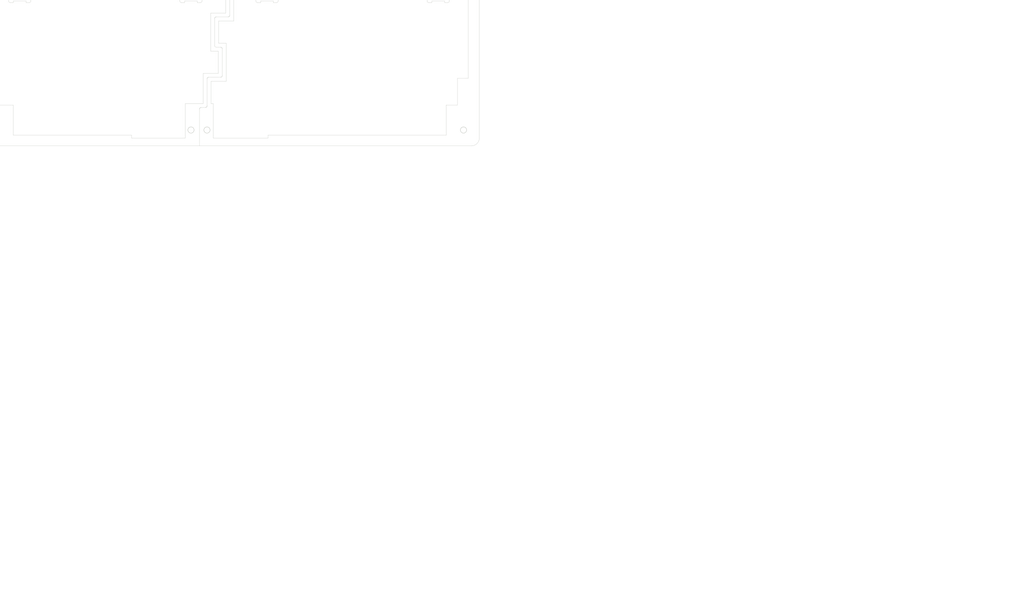
<source format=kicad_pcb>
(kicad_pcb (version 20171130) (host pcbnew "(5.1.4)-1")
  (layers (0 F.Cu signal hide) (31 B.Cu signal hide) (34 B.Paste user hide) (35 F.Paste user hide) (36 B.SilkS user) (37 F.SilkS user hide) (38 B.Mask user hide) (39 F.Mask user hide) (44 Edge.Cuts user hide))
  (net 0 "")
  (gr_line (start 159.975 6.67462) (end 174 6.67462) (layer Edge.Cuts) (width 0.2))
  (gr_line (start 177 14) (end 177 15) (layer Edge.Cuts) (width 0.2))
  (gr_arc (start 187 14) (end 187 15) (angle -90) (layer Edge.Cuts) (width 0.2))
  (gr_line (start 188 14) (end 188 6.67462) (layer Edge.Cuts) (width 0.2))
  (gr_line (start 185 15) (end 185 14) (layer Edge.Cuts) (width 0.2))
  (gr_line (start 175 15) (end 177 15) (layer Edge.Cuts) (width 0.2))
  (gr_line (start 185 15) (end 187 15) (layer Edge.Cuts) (width 0.2))
  (gr_line (start 174 6.67462) (end 174 14) (layer Edge.Cuts) (width 0.2))
  (gr_arc (start 175 14) (end 174 14) (angle -90) (layer Edge.Cuts) (width 0.2))
  (gr_line (start 185 14) (end 177 14) (layer Edge.Cuts) (width 0.2))
  (gr_line (start 129 14) (end 129 15) (layer Edge.Cuts) (width 0.2))
  (gr_arc (start 139 14) (end 139 15) (angle -90) (layer Edge.Cuts) (width 0.2))
  (gr_line (start 140 14) (end 140 6.67462) (layer Edge.Cuts) (width 0.2))
  (gr_line (start 137 15) (end 137 14) (layer Edge.Cuts) (width 0.2))
  (gr_line (start 127 15) (end 129 15) (layer Edge.Cuts) (width 0.2))
  (gr_line (start 137 15) (end 139 15) (layer Edge.Cuts) (width 0.2))
  (gr_line (start 126 6.67462) (end 126 14) (layer Edge.Cuts) (width 0.2))
  (gr_arc (start 127 14) (end 126 14) (angle -90) (layer Edge.Cuts) (width 0.2))
  (gr_line (start 137 14) (end 129 14) (layer Edge.Cuts) (width 0.2))
  (gr_line (start 296 6.67462) (end 307.851 6.67462) (layer Edge.Cuts) (width 0.2))
  (gr_line (start 285 14) (end 285 15) (layer Edge.Cuts) (width 0.2))
  (gr_arc (start 295 14) (end 295 15) (angle -90) (layer Edge.Cuts) (width 0.2))
  (gr_line (start 296 14) (end 296 6.67462) (layer Edge.Cuts) (width 0.2))
  (gr_line (start 293 15) (end 293 14) (layer Edge.Cuts) (width 0.2))
  (gr_line (start 283 15) (end 285 15) (layer Edge.Cuts) (width 0.2))
  (gr_line (start 293 15) (end 295 15) (layer Edge.Cuts) (width 0.2))
  (gr_line (start 282 6.67462) (end 282 14) (layer Edge.Cuts) (width 0.2))
  (gr_arc (start 283 14) (end 282 14) (angle -90) (layer Edge.Cuts) (width 0.2))
  (gr_line (start 293 14) (end 285 14) (layer Edge.Cuts) (width 0.2))
  (gr_line (start 21 14) (end 21 15) (layer Edge.Cuts) (width 0.2))
  (gr_line (start 29 14) (end 21 14) (layer Edge.Cuts) (width 0.2))
  (gr_line (start 29 15) (end 29 14) (layer Edge.Cuts) (width 0.2))
  (gr_arc (start 19 14) (end 18 14) (angle -90) (layer Edge.Cuts) (width 0.2))
  (gr_arc (start 31 14) (end 31 15) (angle -90) (layer Edge.Cuts) (width 0.2))
  (gr_line (start 19 15) (end 21 15) (layer Edge.Cuts) (width 0.2))
  (gr_line (start 32 14) (end 32 6.67462) (layer Edge.Cuts) (width 0.2))
  (gr_line (start 29 15) (end 31 15) (layer Edge.Cuts) (width 0.2))
  (gr_line (start 18 6.67462) (end 18 14) (layer Edge.Cuts) (width 0.2))
  (gr_line (start 32 6.67462) (end 126 6.67462) (layer Edge.Cuts) (width 0.2))
  (gr_line (start 6.67462 6.67462) (end 18 6.67462) (layer Edge.Cuts) (width 0.2))
  (gr_line (start 152.3 61.9488) (end 152.355 61.9034) (layer Edge.Cuts) (width 0.2))
  (gr_line (start 152.581 61.6126) (end 152.613 61.5439) (layer Edge.Cuts) (width 0.2))
  (gr_line (start 151.879 62.1379) (end 151.961 62.1186) (layer Edge.Cuts) (width 0.2))
  (gr_line (start 152.241 61.991) (end 152.3 61.9488) (layer Edge.Cuts) (width 0.2))
  (gr_line (start 152.69 61.216) (end 152.692 61.1553) (layer Edge.Cuts) (width 0.2))
  (gr_line (start 152.691 61.1543) (end 152.691 44.1008) (layer Edge.Cuts) (width 0.2))
  (gr_line (start 142.167 81.2053) (end 142.266 81.2005) (layer Edge.Cuts) (width 0.2))
  (gr_line (start 152.037 62.094) (end 152.108 62.0646) (layer Edge.Cuts) (width 0.2))
  (gr_line (start 151.791 62.1505) (end 151.879 62.1379) (layer Edge.Cuts) (width 0.2))
  (gr_line (start 151.961 62.1186) (end 152.037 62.094) (layer Edge.Cuts) (width 0.2))
  (gr_line (start 152.177 62.0299) (end 152.241 61.991) (layer Edge.Cuts) (width 0.2))
  (gr_line (start 152.544 61.6787) (end 152.581 61.6126) (layer Edge.Cuts) (width 0.2))
  (gr_line (start 152.407 61.8536) (end 152.455 61.8009) (layer Edge.Cuts) (width 0.2))
  (gr_line (start 152.355 61.9034) (end 152.407 61.8536) (layer Edge.Cuts) (width 0.2))
  (gr_line (start 152.455 61.8009) (end 152.502 61.7409) (layer Edge.Cuts) (width 0.2))
  (gr_line (start 152.68 61.3068) (end 152.69 61.216) (layer Edge.Cuts) (width 0.2))
  (gr_line (start 152.664 61.391) (end 152.68 61.3068) (layer Edge.Cuts) (width 0.2))
  (gr_line (start 142.354 81.1879) (end 142.436 81.1686) (layer Edge.Cuts) (width 0.2))
  (gr_line (start 142.266 81.2005) (end 142.354 81.1879) (layer Edge.Cuts) (width 0.2))
  (gr_line (start 152.613 61.5439) (end 152.641 61.471) (layer Edge.Cuts) (width 0.2))
  (gr_line (start 152.502 61.7409) (end 152.544 61.6787) (layer Edge.Cuts) (width 0.2))
  (gr_line (start 148.929 24.0551) (end 156.455 24.0551) (layer Edge.Cuts) (width 0.2))
  (gr_line (start 302.983 95.4513) (end 302.983 95.4339) (layer Edge.Cuts) (width 0.2))
  (gr_line (start 4.9 0) (end 157.453 0) (layer Edge.Cuts) (width 0.2))
  (gr_arc (start 148.928 42.1018) (end 147.928 42.1018) (angle -90) (layer Edge.Cuts) (width 0.2))
  (gr_line (start 152.108 62.0646) (end 152.177 62.0299) (layer Edge.Cuts) (width 0.2))
  (gr_line (start 152.641 61.471) (end 152.664 61.391) (layer Edge.Cuts) (width 0.2))
  (gr_line (start 151.692 62.1553) (end 151.791 62.1505) (layer Edge.Cuts) (width 0.2))
  (gr_line (start 306.785 94.8215) (end 306.808 94.8988) (layer Edge.Cuts) (width 0.2))
  (gr_line (start 303.284 96.4757) (end 303.246 96.4128) (layer Edge.Cuts) (width 0.2))
  (gr_line (start 302.994 95.6433) (end 302.987 95.5506) (layer Edge.Cuts) (width 0.2))
  (gr_line (start 306.808 94.8988) (end 306.829 94.9781) (layer Edge.Cuts) (width 0.2))
  (gr_line (start 306.829 94.9781) (end 306.848 95.0639) (layer Edge.Cuts) (width 0.2))
  (gr_line (start 304.741 97.3745) (end 304.649 97.3634) (layer Edge.Cuts) (width 0.2))
  (gr_line (start 304.314 97.2837) (end 304.239 97.2567) (layer Edge.Cuts) (width 0.2))
  (gr_line (start 306.205 93.9556) (end 306.261 94.0061) (layer Edge.Cuts) (width 0.2))
  (gr_line (start 303.115 96.1403) (end 303.087 96.0636) (layer Edge.Cuts) (width 0.2))
  (gr_line (start 303.367 96.5956) (end 303.325 96.5369) (layer Edge.Cuts) (width 0.2))
  (gr_line (start 306.584 94.3956) (end 306.626 94.4662) (layer Edge.Cuts) (width 0.2))
  (gr_line (start 303.021 95.8191) (end 303.006 95.7324) (layer Edge.Cuts) (width 0.2))
  (gr_line (start 306.848 95.0639) (end 306.863 95.1508) (layer Edge.Cuts) (width 0.2))
  (gr_line (start 306.863 95.1508) (end 306.874 95.2466) (layer Edge.Cuts) (width 0.2))
  (gr_line (start 304.239 97.2567) (end 304.165 97.2269) (layer Edge.Cuts) (width 0.2))
  (gr_line (start 303.896 97.0854) (end 303.832 97.0435) (layer Edge.Cuts) (width 0.2))
  (gr_line (start 303.325 96.5369) (end 303.284 96.4757) (layer Edge.Cuts) (width 0.2))
  (gr_line (start 303.006 95.7324) (end 302.994 95.6433) (layer Edge.Cuts) (width 0.2))
  (gr_line (start 306.149 93.9096) (end 306.205 93.9556) (layer Edge.Cuts) (width 0.2))
  (gr_line (start 306.261 94.0061) (end 306.313 94.0559) (layer Edge.Cuts) (width 0.2))
  (gr_line (start 304.649 97.3634) (end 304.56 97.3483) (layer Edge.Cuts) (width 0.2))
  (gr_line (start 303.556 96.8143) (end 303.505 96.762) (layer Edge.Cuts) (width 0.2))
  (gr_line (start 303.145 96.2127) (end 303.115 96.1403) (layer Edge.Cuts) (width 0.2))
  (gr_line (start 306.458 94.2181) (end 306.501 94.2749) (layer Edge.Cuts) (width 0.2))
  (gr_line (start 306.758 94.7469) (end 306.785 94.8215) (layer Edge.Cuts) (width 0.2))
  (gr_line (start 306.544 94.3345) (end 306.584 94.3956) (layer Edge.Cuts) (width 0.2))
  (gr_line (start 306.626 94.4662) (end 306.663 94.5342) (layer Edge.Cuts) (width 0.2))
  (gr_line (start 306.874 95.2466) (end 306.881 95.3414) (layer Edge.Cuts) (width 0.2))
  (gr_line (start 304.933 97.3839) (end 304.835 97.3815) (layer Edge.Cuts) (width 0.2))
  (gr_line (start 303.607 96.864) (end 303.556 96.8143) (layer Edge.Cuts) (width 0.2))
  (gr_line (start 303.087 96.0636) (end 303.062 95.9847) (layer Edge.Cuts) (width 0.2))
  (gr_line (start 303.458 96.7089) (end 303.411 96.6533) (layer Edge.Cuts) (width 0.2))
  (gr_line (start 304.165 97.2269) (end 304.095 97.1951) (layer Edge.Cuts) (width 0.2))
  (gr_line (start 303.505 96.762) (end 303.458 96.7089) (layer Edge.Cuts) (width 0.2))
  (gr_line (start 303.176 96.2813) (end 303.145 96.2127) (layer Edge.Cuts) (width 0.2))
  (gr_line (start 303.832 97.0435) (end 303.773 97.0013) (layer Edge.Cuts) (width 0.2))
  (gr_line (start 303.21 96.3481) (end 303.176 96.2813) (layer Edge.Cuts) (width 0.2))
  (gr_line (start 306.663 94.5342) (end 306.697 94.6027) (layer Edge.Cuts) (width 0.2))
  (gr_line (start 303.773 97.0013) (end 303.716 96.9576) (layer Edge.Cuts) (width 0.2))
  (gr_line (start 306.092 93.8653) (end 306.149 93.9096) (layer Edge.Cuts) (width 0.2))
  (gr_line (start 303.246 96.4128) (end 303.21 96.3481) (layer Edge.Cuts) (width 0.2))
  (gr_line (start 305.908 93.7452) (end 305.972 93.7835) (layer Edge.Cuts) (width 0.2))
  (gr_line (start 303.411 96.6533) (end 303.367 96.5956) (layer Edge.Cuts) (width 0.2))
  (gr_line (start 305.972 93.7835) (end 306.033 93.8235) (layer Edge.Cuts) (width 0.2))
  (gr_line (start 306.412 94.1632) (end 306.458 94.2181) (layer Edge.Cuts) (width 0.2))
  (gr_line (start 303.062 95.9847) (end 303.041 95.9055) (layer Edge.Cuts) (width 0.2))
  (gr_line (start 306.313 94.0559) (end 306.362 94.1071) (layer Edge.Cuts) (width 0.2))
  (gr_line (start 306.881 95.3414) (end 306.883 95.4339) (layer Edge.Cuts) (width 0.2))
  (gr_line (start 306.033 93.8235) (end 306.092 93.8653) (layer Edge.Cuts) (width 0.2))
  (gr_line (start 306.362 94.1071) (end 306.412 94.1632) (layer Edge.Cuts) (width 0.2))
  (gr_line (start 306.501 94.2749) (end 306.544 94.3345) (layer Edge.Cuts) (width 0.2))
  (gr_line (start 306.729 94.6734) (end 306.758 94.7469) (layer Edge.Cuts) (width 0.2))
  (gr_line (start 303.041 95.9055) (end 303.021 95.8191) (layer Edge.Cuts) (width 0.2))
  (gr_line (start 303.716 96.9576) (end 303.661 96.912) (layer Edge.Cuts) (width 0.2))
  (gr_line (start 303.661 96.912) (end 303.607 96.864) (layer Edge.Cuts) (width 0.2))
  (gr_line (start 306.697 94.6027) (end 306.729 94.6734) (layer Edge.Cuts) (width 0.2))
  (gr_line (start 304.835 97.3815) (end 304.741 97.3745) (layer Edge.Cuts) (width 0.2))
  (gr_line (start 304.56 97.3483) (end 304.477 97.3304) (layer Edge.Cuts) (width 0.2))
  (gr_line (start 303.959 97.1237) (end 303.896 97.0854) (layer Edge.Cuts) (width 0.2))
  (gr_line (start 304.095 97.1951) (end 304.028 97.1614) (layer Edge.Cuts) (width 0.2))
  (gr_line (start 304.397 97.3093) (end 304.314 97.2837) (layer Edge.Cuts) (width 0.2))
  (gr_line (start 304.028 97.1614) (end 303.959 97.1237) (layer Edge.Cuts) (width 0.2))
  (gr_line (start 302.987 95.5506) (end 302.983 95.4513) (layer Edge.Cuts) (width 0.2))
  (gr_line (start 304.477 97.3304) (end 304.397 97.3093) (layer Edge.Cuts) (width 0.2))
  (gr_line (start 147.933 24.9872) (end 147.931 25.0552) (layer Edge.Cuts) (width 0.2))
  (gr_line (start 156.456 24.0552) (end 156.555 24.0504) (layer Edge.Cuts) (width 0.2))
  (gr_line (start 156.725 24.0185) (end 156.801 23.9939) (layer Edge.Cuts) (width 0.2))
  (gr_line (start 156.801 23.9939) (end 156.872 23.9645) (layer Edge.Cuts) (width 0.2))
  (gr_line (start 156.941 23.9298) (end 157.005 23.8909) (layer Edge.Cuts) (width 0.2))
  (gr_line (start 148.588 24.1154) (end 148.517 24.1445) (layer Edge.Cuts) (width 0.2))
  (gr_line (start 148.125 24.4623) (end 148.084 24.5223) (layer Edge.Cuts) (width 0.2))
  (gr_line (start 147.985 24.7305) (end 147.961 24.8079) (layer Edge.Cuts) (width 0.2))
  (gr_line (start 156.555 24.0504) (end 156.643 24.0378) (layer Edge.Cuts) (width 0.2))
  (gr_line (start 157.064 23.8487) (end 157.119 23.8033) (layer Edge.Cuts) (width 0.2))
  (gr_line (start 148.013 24.6579) (end 147.985 24.7305) (layer Edge.Cuts) (width 0.2))
  (gr_line (start 147.961 24.8079) (end 147.944 24.8913) (layer Edge.Cuts) (width 0.2))
  (gr_line (start 148.664 24.0912) (end 148.588 24.1154) (layer Edge.Cuts) (width 0.2))
  (gr_line (start 148.517 24.1445) (end 148.448 24.1792) (layer Edge.Cuts) (width 0.2))
  (gr_line (start 148.448 24.1792) (end 148.385 24.2173) (layer Edge.Cuts) (width 0.2))
  (gr_line (start 148.27 24.3045) (end 148.218 24.3532) (layer Edge.Cuts) (width 0.2))
  (gr_line (start 148.047 24.5867) (end 148.013 24.6579) (layer Edge.Cuts) (width 0.2))
  (gr_line (start 157.005 23.8909) (end 157.064 23.8487) (layer Edge.Cuts) (width 0.2))
  (gr_line (start 156.643 24.0378) (end 156.725 24.0185) (layer Edge.Cuts) (width 0.2))
  (gr_line (start 148.385 24.2173) (end 148.326 24.2588) (layer Edge.Cuts) (width 0.2))
  (gr_line (start 148.326 24.2588) (end 148.27 24.3045) (layer Edge.Cuts) (width 0.2))
  (gr_line (start 148.218 24.3532) (end 148.17 24.4059) (layer Edge.Cuts) (width 0.2))
  (gr_line (start 148.084 24.5223) (end 148.047 24.5867) (layer Edge.Cuts) (width 0.2))
  (gr_line (start 138.403 105.4) (end 138.403 82.2033) (layer Edge.Cuts) (width 0.2))
  (gr_line (start 143.166 80.2043) (end 143.166 63.1533) (layer Edge.Cuts) (width 0.2))
  (gr_line (start 148.17 24.4059) (end 148.125 24.4623) (layer Edge.Cuts) (width 0.2))
  (gr_line (start 147.944 24.8913) (end 147.933 24.9872) (layer Edge.Cuts) (width 0.2))
  (gr_line (start 156.872 23.9645) (end 156.941 23.9298) (layer Edge.Cuts) (width 0.2))
  (gr_line (start 138.992 81.2946) (end 138.923 81.3293) (layer Edge.Cuts) (width 0.2))
  (gr_line (start 142.652 81.0799) (end 142.716 81.041) (layer Edge.Cuts) (width 0.2))
  (gr_line (start 143.506 62.4046) (end 143.454 62.4533) (layer Edge.Cuts) (width 0.2))
  (gr_line (start 142.716 81.041) (end 142.775 80.9988) (layer Edge.Cuts) (width 0.2))
  (gr_line (start 143.155 80.3568) (end 143.165 80.266) (layer Edge.Cuts) (width 0.2))
  (gr_line (start 143.753 62.2446) (end 143.684 62.2793) (layer Edge.Cuts) (width 0.2))
  (gr_line (start 143.454 62.4533) (end 143.406 62.506) (layer Edge.Cuts) (width 0.2))
  (gr_line (start 139.406 81.2053) (end 139.309 81.2099) (layer Edge.Cuts) (width 0.2))
  (gr_line (start 143.684 62.2793) (end 143.621 62.3174) (layer Edge.Cuts) (width 0.2))
  (gr_line (start 144.07 62.1599) (end 143.981 62.1725) (layer Edge.Cuts) (width 0.2))
  (gr_line (start 143.981 62.1725) (end 143.9 62.1913) (layer Edge.Cuts) (width 0.2))
  (gr_line (start 143.824 62.2156) (end 143.753 62.2446) (layer Edge.Cuts) (width 0.2))
  (gr_line (start 139.139 81.2413) (end 139.063 81.2655) (layer Edge.Cuts) (width 0.2))
  (gr_line (start 138.559 81.6724) (end 138.522 81.7368) (layer Edge.Cuts) (width 0.2))
  (gr_line (start 138.522 81.7368) (end 138.488 81.808) (layer Edge.Cuts) (width 0.2))
  (gr_line (start 143.283 62.6868) (end 143.249 62.758) (layer Edge.Cuts) (width 0.2))
  (gr_line (start 139.063 81.2655) (end 138.992 81.2946) (layer Edge.Cuts) (width 0.2))
  (gr_line (start 147.928 42.1018) (end 147.928 25.0533) (layer Edge.Cuts) (width 0.2))
  (gr_line (start 148.834 24.0598) (end 148.745 24.0724) (layer Edge.Cuts) (width 0.2))
  (gr_line (start 143.197 62.908) (end 143.18 62.9914) (layer Edge.Cuts) (width 0.2))
  (gr_line (start 138.645 81.556) (end 138.6 81.6124) (layer Edge.Cuts) (width 0.2))
  (gr_line (start 148.931 24.0552) (end 148.834 24.0598) (layer Edge.Cuts) (width 0.2))
  (gr_line (start 138.488 81.808) (end 138.46 81.8806) (layer Edge.Cuts) (width 0.2))
  (gr_line (start 139.309 81.2099) (end 139.22 81.2225) (layer Edge.Cuts) (width 0.2))
  (gr_line (start 138.801 81.4089) (end 138.745 81.4546) (layer Edge.Cuts) (width 0.2))
  (gr_line (start 142.882 80.9036) (end 142.93 80.8509) (layer Edge.Cuts) (width 0.2))
  (gr_line (start 143.139 80.441) (end 143.155 80.3568) (layer Edge.Cuts) (width 0.2))
  (gr_line (start 142.775 80.9988) (end 142.83 80.9534) (layer Edge.Cuts) (width 0.2))
  (gr_line (start 143.165 80.266) (end 143.167 80.2053) (layer Edge.Cuts) (width 0.2))
  (gr_line (start 143.249 62.758) (end 143.22 62.8306) (layer Edge.Cuts) (width 0.2))
  (gr_line (start 143.116 80.521) (end 143.139 80.441) (layer Edge.Cuts) (width 0.2))
  (gr_line (start 143.621 62.3174) (end 143.562 62.3589) (layer Edge.Cuts) (width 0.2))
  (gr_line (start 138.46 81.8806) (end 138.436 81.958) (layer Edge.Cuts) (width 0.2))
  (gr_line (start 138.923 81.3293) (end 138.86 81.3674) (layer Edge.Cuts) (width 0.2))
  (gr_line (start 143.169 63.0873) (end 143.167 63.1553) (layer Edge.Cuts) (width 0.2))
  (gr_line (start 143.22 62.8306) (end 143.197 62.908) (layer Edge.Cuts) (width 0.2))
  (gr_line (start 142.93 80.8509) (end 142.977 80.7909) (layer Edge.Cuts) (width 0.2))
  (gr_line (start 143.9 62.1913) (end 143.824 62.2156) (layer Edge.Cuts) (width 0.2))
  (gr_line (start 143.361 62.5624) (end 143.32 62.6224) (layer Edge.Cuts) (width 0.2))
  (gr_line (start 138.436 81.958) (end 138.419 82.0414) (layer Edge.Cuts) (width 0.2))
  (gr_line (start 138.693 81.5033) (end 138.645 81.556) (layer Edge.Cuts) (width 0.2))
  (gr_line (start 157.453 23.0543) (end 157.453 0) (layer Edge.Cuts) (width 0.2))
  (gr_line (start 144.164 62.1551) (end 151.69 62.1551) (layer Edge.Cuts) (width 0.2))
  (gr_line (start 138.745 81.4546) (end 138.693 81.5033) (layer Edge.Cuts) (width 0.2))
  (gr_line (start 142.436 81.1686) (end 142.512 81.144) (layer Edge.Cuts) (width 0.2))
  (gr_line (start 138.6 81.6124) (end 138.559 81.6724) (layer Edge.Cuts) (width 0.2))
  (gr_line (start 142.512 81.144) (end 142.583 81.1146) (layer Edge.Cuts) (width 0.2))
  (gr_line (start 142.977 80.7909) (end 143.019 80.7287) (layer Edge.Cuts) (width 0.2))
  (gr_line (start 142.583 81.1146) (end 142.652 81.0799) (layer Edge.Cuts) (width 0.2))
  (gr_line (start 148.745 24.0724) (end 148.664 24.0912) (layer Edge.Cuts) (width 0.2))
  (gr_line (start 142.83 80.9534) (end 142.882 80.9036) (layer Edge.Cuts) (width 0.2))
  (gr_line (start 144.167 62.1553) (end 144.07 62.1599) (layer Edge.Cuts) (width 0.2))
  (gr_line (start 143.019 80.7287) (end 143.056 80.6626) (layer Edge.Cuts) (width 0.2))
  (gr_line (start 143.056 80.6626) (end 143.088 80.5939) (layer Edge.Cuts) (width 0.2))
  (gr_line (start 143.088 80.5939) (end 143.116 80.521) (layer Edge.Cuts) (width 0.2))
  (gr_line (start 139.404 81.2051) (end 142.165 81.2051) (layer Edge.Cuts) (width 0.2))
  (gr_line (start 143.562 62.3589) (end 143.506 62.4046) (layer Edge.Cuts) (width 0.2))
  (gr_line (start 138.408 82.1373) (end 138.406 82.2053) (layer Edge.Cuts) (width 0.2))
  (gr_line (start 138.86 81.3674) (end 138.801 81.4089) (layer Edge.Cuts) (width 0.2))
  (gr_line (start 143.406 62.506) (end 143.361 62.5624) (layer Edge.Cuts) (width 0.2))
  (gr_line (start 143.18 62.9914) (end 143.169 63.0873) (layer Edge.Cuts) (width 0.2))
  (gr_line (start 138.419 82.0414) (end 138.408 82.1373) (layer Edge.Cuts) (width 0.2))
  (gr_line (start 139.22 81.2225) (end 139.139 81.2413) (layer Edge.Cuts) (width 0.2))
  (gr_line (start 143.32 62.6224) (end 143.283 62.6868) (layer Edge.Cuts) (width 0.2))
  (gr_line (start 152.485 43.4931) (end 152.438 43.4374) (layer Edge.Cuts) (width 0.2))
  (gr_line (start 157.428 23.2909) (end 157.444 23.2067) (layer Edge.Cuts) (width 0.2))
  (gr_line (start 152.655 43.834) (end 152.63 43.7565) (layer Edge.Cuts) (width 0.2))
  (gr_line (start 157.444 23.2067) (end 157.454 23.1159) (layer Edge.Cuts) (width 0.2))
  (gr_line (start 151.69 43.1018) (end 148.928 43.1018) (layer Edge.Cuts) (width 0.2))
  (gr_line (start 152.674 43.9155) (end 152.655 43.834) (layer Edge.Cuts) (width 0.2))
  (gr_line (start 152.566 43.6173) (end 152.527 43.5531) (layer Edge.Cuts) (width 0.2))
  (gr_line (start 152.527 43.5531) (end 152.485 43.4931) (layer Edge.Cuts) (width 0.2))
  (gr_line (start 152.63 43.7565) (end 152.6 43.6837) (layer Edge.Cuts) (width 0.2))
  (gr_line (start 152.154 43.2158) (end 152.086 43.1834) (layer Edge.Cuts) (width 0.2))
  (gr_line (start 152.336 43.3381) (end 152.279 43.2935) (layer Edge.Cuts) (width 0.2))
  (gr_line (start 157.377 23.4438) (end 157.405 23.3709) (layer Edge.Cuts) (width 0.2))
  (gr_line (start 157.454 23.1159) (end 157.456 23.0552) (layer Edge.Cuts) (width 0.2))
  (gr_line (start 152.687 44.0058) (end 152.674 43.9155) (layer Edge.Cuts) (width 0.2))
  (gr_line (start 152.438 43.4374) (end 152.389 43.3862) (layer Edge.Cuts) (width 0.2))
  (gr_line (start 157.119 23.8033) (end 157.171 23.7535) (layer Edge.Cuts) (width 0.2))
  (gr_line (start 157.171 23.7535) (end 157.219 23.7008) (layer Edge.Cuts) (width 0.2))
  (gr_line (start 152.218 43.2524) (end 152.154 43.2158) (layer Edge.Cuts) (width 0.2))
  (gr_line (start 152.279 43.2935) (end 152.218 43.2524) (layer Edge.Cuts) (width 0.2))
  (gr_line (start 152.086 43.1834) (end 152.012 43.1548) (layer Edge.Cuts) (width 0.2))
  (gr_line (start 157.219 23.7008) (end 157.266 23.6408) (layer Edge.Cuts) (width 0.2))
  (gr_line (start 157.266 23.6408) (end 157.308 23.5786) (layer Edge.Cuts) (width 0.2))
  (gr_line (start 157.345 23.5125) (end 157.377 23.4438) (layer Edge.Cuts) (width 0.2))
  (gr_line (start 157.308 23.5786) (end 157.345 23.5125) (layer Edge.Cuts) (width 0.2))
  (gr_line (start 157.405 23.3709) (end 157.428 23.2909) (layer Edge.Cuts) (width 0.2))
  (gr_line (start 152.389 43.3862) (end 152.336 43.3381) (layer Edge.Cuts) (width 0.2))
  (gr_line (start 152.692 44.1025) (end 152.687 44.0058) (layer Edge.Cuts) (width 0.2))
  (gr_line (start 152.6 43.6837) (end 152.566 43.6173) (layer Edge.Cuts) (width 0.2))
  (gr_line (start 10.7401 93.6367) (end 10.81 93.6678) (layer Edge.Cuts) (width 0.2))
  (gr_line (start 11.5973 96.5284) (end 11.5551 96.5881) (layer Edge.Cuts) (width 0.2))
  (gr_line (start 11.9236 95.6293) (end 11.9125 95.7191) (layer Edge.Cuts) (width 0.2))
  (gr_line (start 11.6768 96.4008) (end 11.6375 96.4666) (layer Edge.Cuts) (width 0.2))
  (gr_line (start 11.022 93.7835) (end 11.083 93.8235) (layer Edge.Cuts) (width 0.2))
  (gr_line (start 11.0918 97.0383) (end 11.0289 97.08) (layer Edge.Cuts) (width 0.2))
  (gr_line (start 10.5138 93.5574) (end 10.5938 93.5819) (layer Edge.Cuts) (width 0.2))
  (gr_line (start 10.9489 93.7397) (end 10.9584 93.7452) (layer Edge.Cuts) (width 0.2))
  (gr_line (start 9.77952 93.4946) (end 9.87396 93.487) (layer Edge.Cuts) (width 0.2))
  (gr_line (start 11.9334 95.4339) (end 11.9309 95.532) (layer Edge.Cuts) (width 0.2))
  (gr_line (start 9.28448 93.6134) (end 9.35975 93.5863) (layer Edge.Cuts) (width 0.2))
  (gr_line (start 9.43583 93.5623) (end 9.51646 93.5406) (layer Edge.Cuts) (width 0.2))
  (gr_line (start 11.4655 96.7012) (end 11.4181 96.7546) (layer Edge.Cuts) (width 0.2))
  (gr_line (start 11.316 96.8576) (end 11.2627 96.9057) (layer Edge.Cuts) (width 0.2))
  (gr_line (start 9.35975 93.5863) (end 9.43583 93.5623) (layer Edge.Cuts) (width 0.2))
  (gr_line (start 9.51646 93.5406) (end 9.59897 93.5222) (layer Edge.Cuts) (width 0.2))
  (gr_line (start 9.68887 93.5063) (end 9.77952 93.4946) (layer Edge.Cuts) (width 0.2))
  (gr_line (start 11.3674 96.8077) (end 11.316 96.8576) (layer Edge.Cuts) (width 0.2))
  (gr_line (start 9.87396 93.487) (end 9.97453 93.4839) (layer Edge.Cuts) (width 0.2))
  (gr_line (start 10.81 93.6678) (end 10.8776 93.701) (layer Edge.Cuts) (width 0.2))
  (gr_line (start 11.8079 96.1221) (end 11.779 96.1944) (layer Edge.Cuts) (width 0.2))
  (gr_line (start 10.262 93.5039) (end 10.3496 93.5186) (layer Edge.Cuts) (width 0.2))
  (gr_line (start 11.9125 95.7191) (end 11.8973 95.8078) (layer Edge.Cuts) (width 0.2))
  (gr_line (start 11.8582 95.9705) (end 11.8343 96.0477) (layer Edge.Cuts) (width 0.2))
  (gr_line (start 11.8343 96.0477) (end 11.8079 96.1221) (layer Edge.Cuts) (width 0.2))
  (gr_line (start 11.2627 96.9057) (end 11.2074 96.952) (layer Edge.Cuts) (width 0.2))
  (gr_line (start 11.7459 96.2683) (end 11.7125 96.3354) (layer Edge.Cuts) (width 0.2))
  (gr_line (start 151.757 43.1046) (end 151.692 43.1025) (layer Edge.Cuts) (width 0.2))
  (gr_line (start 9.13992 93.6758) (end 9.21011 93.6438) (layer Edge.Cuts) (width 0.2))
  (gr_line (start 10.3496 93.5186) (end 10.433 93.5364) (layer Edge.Cuts) (width 0.2))
  (gr_line (start 11.2074 96.952) (end 11.1507 96.996) (layer Edge.Cuts) (width 0.2))
  (gr_line (start 10.1671 93.4926) (end 10.262 93.5039) (layer Edge.Cuts) (width 0.2))
  (gr_line (start 11.5551 96.5881) (end 11.5108 96.6462) (layer Edge.Cuts) (width 0.2))
  (gr_line (start 11.4181 96.7546) (end 11.3674 96.8077) (layer Edge.Cuts) (width 0.2))
  (gr_line (start 10.9633 97.1199) (end 10.9584 97.1227) (layer Edge.Cuts) (width 0.2))
  (gr_line (start 11.083 93.8235) (end 11.1418 93.8653) (layer Edge.Cuts) (width 0.2))
  (gr_line (start 11.1418 93.8653) (end 11.1996 93.9096) (layer Edge.Cuts) (width 0.2))
  (gr_line (start 11.779 96.1944) (end 11.7459 96.2683) (layer Edge.Cuts) (width 0.2))
  (gr_line (start 152.012 43.1548) (end 151.932 43.1315) (layer Edge.Cuts) (width 0.2))
  (gr_arc (start 4.9 4.9) (end 4.9 0) (angle -90) (layer Edge.Cuts) (width 0.2))
  (gr_line (start 151.932 43.1315) (end 151.848 43.1147) (layer Edge.Cuts) (width 0.2))
  (gr_line (start 151.848 43.1147) (end 151.757 43.1046) (layer Edge.Cuts) (width 0.2))
  (gr_line (start 10.0731 93.486) (end 10.1671 93.4926) (layer Edge.Cuts) (width 0.2))
  (gr_line (start 10.8776 93.701) (end 10.9489 93.7397) (layer Edge.Cuts) (width 0.2))
  (gr_arc (start 4.9 100.5) (end 0 100.5) (angle -90) (layer Edge.Cuts) (width 0.2))
  (gr_line (start 11.8973 95.8078) (end 11.8791 95.8911) (layer Edge.Cuts) (width 0.2))
  (gr_line (start 11.8791 95.8911) (end 11.8582 95.9705) (layer Edge.Cuts) (width 0.2))
  (gr_line (start 0 4.9) (end 0 100.5) (layer Edge.Cuts) (width 0.2))
  (gr_line (start 9.07299 93.7095) (end 9.13992 93.6758) (layer Edge.Cuts) (width 0.2))
  (gr_line (start 9.59897 93.5222) (end 9.68887 93.5063) (layer Edge.Cuts) (width 0.2))
  (gr_line (start 9.97453 93.4839) (end 10.0731 93.486) (layer Edge.Cuts) (width 0.2))
  (gr_line (start 10.6678 93.6079) (end 10.7401 93.6367) (layer Edge.Cuts) (width 0.2))
  (gr_line (start 11.6375 96.4666) (end 11.5973 96.5284) (layer Edge.Cuts) (width 0.2))
  (gr_line (start 11.5108 96.6462) (end 11.4655 96.7012) (layer Edge.Cuts) (width 0.2))
  (gr_line (start 11.0289 97.08) (end 10.9633 97.1199) (layer Edge.Cuts) (width 0.2))
  (gr_line (start 11.1507 96.996) (end 11.0918 97.0383) (layer Edge.Cuts) (width 0.2))
  (gr_line (start 10.9584 93.7452) (end 11.022 93.7835) (layer Edge.Cuts) (width 0.2))
  (gr_line (start 10.5938 93.5819) (end 10.6678 93.6079) (layer Edge.Cuts) (width 0.2))
  (gr_line (start 4.9 105.4) (end 138.403 105.4) (layer Edge.Cuts) (width 0.2))
  (gr_line (start 11.7125 96.3354) (end 11.6768 96.4008) (layer Edge.Cuts) (width 0.2))
  (gr_line (start 9.21011 93.6438) (end 9.28448 93.6134) (layer Edge.Cuts) (width 0.2))
  (gr_line (start 9.00841 93.7452) (end 9.07299 93.7095) (layer Edge.Cuts) (width 0.2))
  (gr_line (start 11.9309 95.532) (end 11.9236 95.6293) (layer Edge.Cuts) (width 0.2))
  (gr_line (start 10.433 93.5364) (end 10.5138 93.5574) (layer Edge.Cuts) (width 0.2))
  (gr_line (start 11.8586 94.8988) (end 11.8794 94.9781) (layer Edge.Cuts) (width 0.2))
  (gr_line (start 8.06949 95.8076) (end 8.05462 95.721) (layer Edge.Cuts) (width 0.2))
  (gr_line (start 8.10917 95.9724) (end 8.08783 95.8916) (layer Edge.Cuts) (width 0.2))
  (gr_line (start 8.75784 96.9507) (end 8.70303 96.9047) (layer Edge.Cuts) (width 0.2))
  (gr_line (start 11.1996 93.9096) (end 11.2551 93.9556) (layer Edge.Cuts) (width 0.2))
  (gr_line (start 11.2551 93.9556) (end 11.3116 94.0061) (layer Edge.Cuts) (width 0.2))
  (gr_line (start 11.3116 94.0061) (end 11.3632 94.0559) (layer Edge.Cuts) (width 0.2))
  (gr_line (start 11.9128 95.1508) (end 11.9244 95.2466) (layer Edge.Cuts) (width 0.2))
  (gr_line (start 8.3297 96.4673) (end 8.29195 96.4042) (layer Edge.Cuts) (width 0.2))
  (gr_line (start 11.8794 94.9781) (end 11.898 95.0639) (layer Edge.Cuts) (width 0.2))
  (gr_line (start 8.41137 96.5877) (end 8.36954 96.5284) (layer Edge.Cuts) (width 0.2))
  (gr_line (start 8.29195 96.4042) (end 8.25613 96.3389) (layer Edge.Cuts) (width 0.2))
  (gr_line (start 11.7474 94.6027) (end 11.779 94.6734) (layer Edge.Cuts) (width 0.2))
  (gr_line (start 8.94306 97.0832) (end 8.88212 97.0432) (layer Edge.Cuts) (width 0.2))
  (gr_line (start 8.88212 97.0432) (end 8.82176 97.0002) (layer Edge.Cuts) (width 0.2))
  (gr_line (start 8.70303 96.9047) (end 8.65046 96.8573) (layer Edge.Cuts) (width 0.2))
  (gr_line (start 8.15982 96.1247) (end 8.13327 96.0501) (layer Edge.Cuts) (width 0.2))
  (gr_line (start 11.5939 94.3345) (end 11.634 94.3956) (layer Edge.Cuts) (width 0.2))
  (gr_line (start 8.08783 95.8916) (end 8.06949 95.8076) (layer Edge.Cuts) (width 0.2))
  (gr_line (start 11.3632 94.0559) (end 11.4124 94.1071) (layer Edge.Cuts) (width 0.2))
  (gr_line (start 11.4124 94.1071) (end 11.4626 94.1632) (layer Edge.Cuts) (width 0.2))
  (gr_line (start 8.59943 96.8077) (end 8.54732 96.7531) (layer Edge.Cuts) (width 0.2))
  (gr_line (start 11.4626 94.1632) (end 11.508 94.2181) (layer Edge.Cuts) (width 0.2))
  (gr_line (start 11.508 94.2181) (end 11.5516 94.2749) (layer Edge.Cuts) (width 0.2))
  (gr_line (start 11.634 94.3956) (end 11.6763 94.4662) (layer Edge.Cuts) (width 0.2))
  (gr_line (start 11.7134 94.5342) (end 11.7474 94.6027) (layer Edge.Cuts) (width 0.2))
  (gr_line (start 8.222609 96.2719) (end 8.18856 96.1962) (layer Edge.Cuts) (width 0.2))
  (gr_line (start 11.779 94.6734) (end 11.8084 94.7469) (layer Edge.Cuts) (width 0.2))
  (gr_line (start 11.8084 94.7469) (end 11.8348 94.8215) (layer Edge.Cuts) (width 0.2))
  (gr_line (start 11.898 95.0639) (end 11.9128 95.1508) (layer Edge.Cuts) (width 0.2))
  (gr_line (start 8.82176 97.0002) (end 8.75784 96.9507) (layer Edge.Cuts) (width 0.2))
  (gr_line (start 8.54732 96.7531) (end 8.50004 96.6997) (layer Edge.Cuts) (width 0.2))
  (gr_line (start 8.50004 96.6997) (end 8.45481 96.6447) (layer Edge.Cuts) (width 0.2))
  (gr_line (start 8.18856 96.1962) (end 8.15982 96.1247) (layer Edge.Cuts) (width 0.2))
  (gr_line (start 8.25613 96.3389) (end 8.222609 96.2719) (layer Edge.Cuts) (width 0.2))
  (gr_line (start 11.9244 95.2466) (end 11.9312 95.3414) (layer Edge.Cuts) (width 0.2))
  (gr_line (start 11.9312 95.3414) (end 11.9334 95.4339) (layer Edge.Cuts) (width 0.2))
  (gr_line (start 8.65046 96.8573) (end 8.59943 96.8077) (layer Edge.Cuts) (width 0.2))
  (gr_line (start 8.13327 96.0501) (end 8.10917 95.9724) (layer Edge.Cuts) (width 0.2))
  (gr_line (start 8.05462 95.721) (end 8.04339 95.6313) (layer Edge.Cuts) (width 0.2))
  (gr_line (start 8.36954 96.5284) (end 8.3297 96.4673) (layer Edge.Cuts) (width 0.2))
  (gr_line (start 11.6763 94.4662) (end 11.7134 94.5342) (layer Edge.Cuts) (width 0.2))
  (gr_line (start 11.5516 94.2749) (end 11.5939 94.3345) (layer Edge.Cuts) (width 0.2))
  (gr_line (start 9.00841 97.1227) (end 8.94306 97.0832) (layer Edge.Cuts) (width 0.2))
  (gr_line (start 8.45481 96.6447) (end 8.41137 96.5877) (layer Edge.Cuts) (width 0.2))
  (gr_line (start 11.8348 94.8215) (end 11.8586 94.8988) (layer Edge.Cuts) (width 0.2))
  (gr_line (start 141.51 96.5284) (end 141.47 96.4673) (layer Edge.Cuts) (width 0.2))
  (gr_line (start 141.183 95.6313) (end 141.176 95.5371) (layer Edge.Cuts) (width 0.2))
  (gr_line (start 141.209 95.8076) (end 141.195 95.721) (layer Edge.Cuts) (width 0.2))
  (gr_line (start 142.5 93.5863) (end 142.576 93.5623) (layer Edge.Cuts) (width 0.2))
  (gr_line (start 142.829 93.5063) (end 142.919 93.4946) (layer Edge.Cuts) (width 0.2))
  (gr_line (start 141.64 96.6997) (end 141.595 96.6447) (layer Edge.Cuts) (width 0.2))
  (gr_line (start 141.595 96.6447) (end 141.551 96.5877) (layer Edge.Cuts) (width 0.2))
  (gr_line (start 159.975 26.6246) (end 159.975 6.67462) (layer Edge.Cuts) (width 0.2))
  (gr_line (start 181.641 98.7227) (end 181.641 100.5) (layer Edge.Cuts) (width 0.2))
  (gr_line (start 142.213 93.7095) (end 142.28 93.6758) (layer Edge.Cuts) (width 0.2))
  (gr_line (start 301.13 79.6727) (end 293.988 79.6727) (layer Edge.Cuts) (width 0.2))
  (gr_line (start 142.148 97.1227) (end 142.083 97.0832) (layer Edge.Cuts) (width 0.2))
  (gr_line (start 142.148 93.7452) (end 142.213 93.7095) (layer Edge.Cuts) (width 0.2))
  (gr_line (start 142.083 97.0832) (end 142.022 97.0432) (layer Edge.Cuts) (width 0.2))
  (gr_line (start 141.739 96.8077) (end 141.687 96.7531) (layer Edge.Cuts) (width 0.2))
  (gr_line (start 141.3 96.1247) (end 141.273 96.0501) (layer Edge.Cuts) (width 0.2))
  (gr_line (start 141.47 96.4673) (end 141.432 96.4042) (layer Edge.Cuts) (width 0.2))
  (gr_line (start 141.363 96.2719) (end 141.329 96.1962) (layer Edge.Cuts) (width 0.2))
  (gr_line (start 141.329 96.1962) (end 141.3 96.1247) (layer Edge.Cuts) (width 0.2))
  (gr_line (start 142.28 93.6758) (end 142.35 93.6438) (layer Edge.Cuts) (width 0.2))
  (gr_line (start 141.249 95.9724) (end 141.228 95.8916) (layer Edge.Cuts) (width 0.2))
  (gr_line (start 157.453 0) (end 310.002 0) (layer Edge.Cuts) (width 0.2))
  (gr_line (start 142.35 93.6438) (end 142.424 93.6134) (layer Edge.Cuts) (width 0.2))
  (gr_line (start 141.176 95.5371) (end 141.173 95.439) (layer Edge.Cuts) (width 0.2))
  (gr_line (start 150.45 26.6246) (end 159.975 26.6246) (layer Edge.Cuts) (width 0.2))
  (gr_line (start 142.919 93.4946) (end 143.014 93.487) (layer Edge.Cuts) (width 0.2))
  (gr_line (start 142.656 93.5406) (end 142.739 93.5222) (layer Edge.Cuts) (width 0.2))
  (gr_line (start 141.273 96.0501) (end 141.249 95.9724) (layer Edge.Cuts) (width 0.2))
  (gr_line (start 188 6.67462) (end 282 6.67462) (layer Edge.Cuts) (width 0.2))
  (gr_line (start 147.094 100.5) (end 181.641 100.5) (layer Edge.Cuts) (width 0.2))
  (gr_line (start 140 6.67462) (end 154.975 6.67462) (layer Edge.Cuts) (width 0.2))
  (gr_line (start 141.687 96.7531) (end 141.64 96.6997) (layer Edge.Cuts) (width 0.2))
  (gr_line (start 141.432 96.4042) (end 141.396 96.3389) (layer Edge.Cuts) (width 0.2))
  (gr_line (start 141.396 96.3389) (end 141.363 96.2719) (layer Edge.Cuts) (width 0.2))
  (gr_line (start 293.988 79.6727) (end 293.988 98.7227) (layer Edge.Cuts) (width 0.2))
  (gr_line (start 141.898 96.9507) (end 141.843 96.9047) (layer Edge.Cuts) (width 0.2))
  (gr_line (start 141.843 96.9047) (end 141.79 96.8573) (layer Edge.Cuts) (width 0.2))
  (gr_line (start 141.195 95.721) (end 141.183 95.6313) (layer Edge.Cuts) (width 0.2))
  (gr_line (start 141.173 95.439) (end 141.173 95.4339) (layer Edge.Cuts) (width 0.2))
  (gr_line (start 142.576 93.5623) (end 142.656 93.5406) (layer Edge.Cuts) (width 0.2))
  (gr_line (start 142.424 93.6134) (end 142.5 93.5863) (layer Edge.Cuts) (width 0.2))
  (gr_line (start 142.739 93.5222) (end 142.829 93.5063) (layer Edge.Cuts) (width 0.2))
  (gr_line (start 141.228 95.8916) (end 141.209 95.8076) (layer Edge.Cuts) (width 0.2))
  (gr_line (start 142.022 97.0432) (end 141.962 97.0002) (layer Edge.Cuts) (width 0.2))
  (gr_line (start 141.962 97.0002) (end 141.898 96.9507) (layer Edge.Cuts) (width 0.2))
  (gr_line (start 141.79 96.8573) (end 141.739 96.8077) (layer Edge.Cuts) (width 0.2))
  (gr_line (start 141.551 96.5877) (end 141.51 96.5284) (layer Edge.Cuts) (width 0.2))
  (gr_line (start 145.037 95.8078) (end 145.019 95.8911) (layer Edge.Cuts) (width 0.2))
  (gr_line (start 144.695 96.5881) (end 144.651 96.6462) (layer Edge.Cuts) (width 0.2))
  (gr_line (start 141.194 95.1488) (end 141.21 95.06) (layer Edge.Cuts) (width 0.2))
  (gr_line (start 141.183 95.2386) (end 141.194 95.1488) (layer Edge.Cuts) (width 0.2))
  (gr_line (start 141.471 94.3989) (end 141.51 94.3384) (layer Edge.Cuts) (width 0.2))
  (gr_line (start 145.071 95.532) (end 145.064 95.6293) (layer Edge.Cuts) (width 0.2))
  (gr_line (start 144.817 96.4008) (end 144.777 96.4666) (layer Edge.Cuts) (width 0.2))
  (gr_line (start 143.014 93.487) (end 143.115 93.4839) (layer Edge.Cuts) (width 0.2))
  (gr_line (start 143.115 93.4839) (end 143.213 93.486) (layer Edge.Cuts) (width 0.2))
  (gr_line (start 141.21 95.06) (end 141.228 94.9743) (layer Edge.Cuts) (width 0.2))
  (gr_line (start 141.25 94.8936) (end 141.274 94.814) (layer Edge.Cuts) (width 0.2))
  (gr_line (start 141.789 94.0119) (end 141.844 93.9621) (layer Edge.Cuts) (width 0.2))
  (gr_line (start 142.139 93.7508) (end 142.148 93.7452) (layer Edge.Cuts) (width 0.2))
  (gr_line (start 141.899 93.9159) (end 141.956 93.8719) (layer Edge.Cuts) (width 0.2))
  (gr_line (start 144.919 96.1944) (end 144.886 96.2683) (layer Edge.Cuts) (width 0.2))
  (gr_line (start 144.605 96.7012) (end 144.558 96.7546) (layer Edge.Cuts) (width 0.2))
  (gr_line (start 143.213 93.486) (end 143.307 93.4926) (layer Edge.Cuts) (width 0.2))
  (gr_line (start 143.402 93.5039) (end 143.49 93.5186) (layer Edge.Cuts) (width 0.2))
  (gr_line (start 143.734 93.5819) (end 143.808 93.6079) (layer Edge.Cuts) (width 0.2))
  (gr_line (start 307.851 62.82) (end 301.13 62.82) (layer Edge.Cuts) (width 0.2))
  (gr_line (start 141.362 94.5978) (end 141.395 94.5307) (layer Edge.Cuts) (width 0.2))
  (gr_line (start 144.886 96.2683) (end 144.852 96.3354) (layer Edge.Cuts) (width 0.2))
  (gr_line (start 141.51 94.3384) (end 141.552 94.2797) (layer Edge.Cuts) (width 0.2))
  (gr_line (start 141.395 94.5307) (end 141.431 94.4649) (layer Edge.Cuts) (width 0.2))
  (gr_line (start 142.015 93.8292) (end 142.076 93.7888) (layer Edge.Cuts) (width 0.2))
  (gr_line (start 145.052 95.7191) (end 145.037 95.8078) (layer Edge.Cuts) (width 0.2))
  (gr_line (start 143.49 93.5186) (end 143.573 93.5364) (layer Edge.Cuts) (width 0.2))
  (gr_line (start 143.88 93.6367) (end 143.95 93.6678) (layer Edge.Cuts) (width 0.2))
  (gr_line (start 145.073 95.4339) (end 145.071 95.532) (layer Edge.Cuts) (width 0.2))
  (gr_line (start 141.596 94.2216) (end 141.641 94.1666) (layer Edge.Cuts) (width 0.2))
  (gr_line (start 143.573 93.5364) (end 143.654 93.5574) (layer Edge.Cuts) (width 0.2))
  (gr_line (start 143.654 93.5574) (end 143.734 93.5819) (layer Edge.Cuts) (width 0.2))
  (gr_line (start 144.948 96.1221) (end 144.919 96.1944) (layer Edge.Cuts) (width 0.2))
  (gr_line (start 145.064 95.6293) (end 145.052 95.7191) (layer Edge.Cuts) (width 0.2))
  (gr_line (start 144.737 96.5284) (end 144.695 96.5881) (layer Edge.Cuts) (width 0.2))
  (gr_line (start 144.558 96.7546) (end 144.507 96.8077) (layer Edge.Cuts) (width 0.2))
  (gr_line (start 144.651 96.6462) (end 144.605 96.7012) (layer Edge.Cuts) (width 0.2))
  (gr_line (start 144.507 96.8077) (end 144.456 96.8576) (layer Edge.Cuts) (width 0.2))
  (gr_line (start 143.95 93.6678) (end 144.018 93.701) (layer Edge.Cuts) (width 0.2))
  (gr_line (start 144.018 93.701) (end 144.089 93.7397) (layer Edge.Cuts) (width 0.2))
  (gr_line (start 144.974 96.0477) (end 144.948 96.1221) (layer Edge.Cuts) (width 0.2))
  (gr_line (start 141.173 95.4339) (end 141.176 95.3353) (layer Edge.Cuts) (width 0.2))
  (gr_line (start 141.431 94.4649) (end 141.471 94.3989) (layer Edge.Cuts) (width 0.2))
  (gr_line (start 141.641 94.1666) (end 141.689 94.1132) (layer Edge.Cuts) (width 0.2))
  (gr_line (start 141.689 94.1132) (end 141.738 94.0619) (layer Edge.Cuts) (width 0.2))
  (gr_line (start 144.777 96.4666) (end 144.737 96.5284) (layer Edge.Cuts) (width 0.2))
  (gr_line (start 141.956 93.8719) (end 142.015 93.8292) (layer Edge.Cuts) (width 0.2))
  (gr_line (start 144.852 96.3354) (end 144.817 96.4008) (layer Edge.Cuts) (width 0.2))
  (gr_line (start 141.176 95.3353) (end 141.183 95.2386) (layer Edge.Cuts) (width 0.2))
  (gr_line (start 141.228 94.9743) (end 141.25 94.8936) (layer Edge.Cuts) (width 0.2))
  (gr_line (start 141.274 94.814) (end 141.301 94.7395) (layer Edge.Cuts) (width 0.2))
  (gr_line (start 144.403 96.9057) (end 144.347 96.952) (layer Edge.Cuts) (width 0.2))
  (gr_line (start 141.301 94.7395) (end 141.33 94.668) (layer Edge.Cuts) (width 0.2))
  (gr_line (start 141.552 94.2797) (end 141.596 94.2216) (layer Edge.Cuts) (width 0.2))
  (gr_line (start 145.019 95.8911) (end 144.998 95.9705) (layer Edge.Cuts) (width 0.2))
  (gr_line (start 144.998 95.9705) (end 144.974 96.0477) (layer Edge.Cuts) (width 0.2))
  (gr_line (start 141.844 93.9621) (end 141.899 93.9159) (layer Edge.Cuts) (width 0.2))
  (gr_line (start 144.456 96.8576) (end 144.403 96.9057) (layer Edge.Cuts) (width 0.2))
  (gr_line (start 144.089 93.7397) (end 144.098 93.7452) (layer Edge.Cuts) (width 0.2))
  (gr_line (start 141.33 94.668) (end 141.362 94.5978) (layer Edge.Cuts) (width 0.2))
  (gr_line (start 141.738 94.0619) (end 141.789 94.0119) (layer Edge.Cuts) (width 0.2))
  (gr_line (start 142.076 93.7888) (end 142.139 93.7508) (layer Edge.Cuts) (width 0.2))
  (gr_line (start 143.307 93.4926) (end 143.402 93.5039) (layer Edge.Cuts) (width 0.2))
  (gr_line (start 143.808 93.6079) (end 143.88 93.6367) (layer Edge.Cuts) (width 0.2))
  (gr_line (start 305.76 93.6678) (end 305.827 93.701) (layer Edge.Cuts) (width 0.2))
  (gr_line (start 143.591 97.3271) (end 143.507 97.3458) (layer Edge.Cuts) (width 0.2))
  (gr_line (start 142.44 97.2603) (end 142.367 97.2312) (layer Edge.Cuts) (width 0.2))
  (gr_line (start 144.169 97.08) (end 144.103 97.1199) (layer Edge.Cuts) (width 0.2))
  (gr_line (start 314.902 100.5) (end 314.902 4.9) (layer Edge.Cuts) (width 0.2))
  (gr_line (start 142.934 97.3747) (end 142.843 97.3637) (layer Edge.Cuts) (width 0.2))
  (gr_line (start 304.234 93.6134) (end 304.31 93.5863) (layer Edge.Cuts) (width 0.2))
  (gr_line (start 305.618 93.6079) (end 305.69 93.6367) (layer Edge.Cuts) (width 0.2))
  (gr_line (start 144.033 97.1586) (end 143.966 97.1923) (layer Edge.Cuts) (width 0.2))
  (gr_line (start 142.515 97.2866) (end 142.44 97.2603) (layer Edge.Cuts) (width 0.2))
  (gr_line (start 144.103 97.1199) (end 144.098 97.1227) (layer Edge.Cuts) (width 0.2))
  (gr_line (start 143.747 97.2816) (end 143.67 97.3056) (layer Edge.Cuts) (width 0.2))
  (gr_line (start 181.641 98.7227) (end 293.988 98.7227) (layer Edge.Cuts) (width 0.2))
  (gr_line (start 304.31 93.5863) (end 304.386 93.5623) (layer Edge.Cuts) (width 0.2))
  (gr_line (start 304.729 93.4946) (end 304.824 93.487) (layer Edge.Cuts) (width 0.2))
  (gr_line (start 305.69 93.6367) (end 305.76 93.6678) (layer Edge.Cuts) (width 0.2))
  (gr_line (start 143.67 97.3056) (end 143.591 97.3271) (layer Edge.Cuts) (width 0.2))
  (gr_line (start 142.757 97.3493) (end 142.674 97.3314) (layer Edge.Cuts) (width 0.2))
  (gr_line (start 144.347 96.952) (end 144.291 96.996) (layer Edge.Cuts) (width 0.2))
  (gr_line (start 144.291 96.996) (end 144.232 97.0383) (layer Edge.Cuts) (width 0.2))
  (gr_line (start 303.958 93.7452) (end 304.023 93.7095) (layer Edge.Cuts) (width 0.2))
  (gr_line (start 305.299 93.5186) (end 305.383 93.5364) (layer Edge.Cuts) (width 0.2))
  (gr_line (start 144.098 97.1227) (end 144.033 97.1586) (layer Edge.Cuts) (width 0.2))
  (gr_line (start 301.13 62.82) (end 301.13 79.6727) (layer Edge.Cuts) (width 0.2))
  (gr_line (start 307.851 6.67462) (end 307.851 62.82) (layer Edge.Cuts) (width 0.2))
  (gr_line (start 304.386 93.5623) (end 304.466 93.5406) (layer Edge.Cuts) (width 0.2))
  (gr_line (start 305.212 93.5039) (end 305.299 93.5186) (layer Edge.Cuts) (width 0.2))
  (gr_line (start 305.383 93.5364) (end 305.464 93.5574) (layer Edge.Cuts) (width 0.2))
  (gr_line (start 142.297 97.2001) (end 142.228 97.1665) (layer Edge.Cuts) (width 0.2))
  (gr_line (start 143.966 97.1923) (end 143.897 97.2241) (layer Edge.Cuts) (width 0.2))
  (gr_line (start 142.843 97.3637) (end 142.757 97.3493) (layer Edge.Cuts) (width 0.2))
  (gr_line (start 305.464 93.5574) (end 305.544 93.5819) (layer Edge.Cuts) (width 0.2))
  (gr_line (start 143.421 97.361) (end 143.327 97.3732) (layer Edge.Cuts) (width 0.2))
  (gr_line (start 143.03 97.3817) (end 142.934 97.3747) (layer Edge.Cuts) (width 0.2))
  (gr_arc (start 310.002 4.9) (end 314.902 4.9) (angle -90) (layer Edge.Cuts) (width 0.2))
  (gr_line (start 304.824 93.487) (end 304.924 93.4839) (layer Edge.Cuts) (width 0.2))
  (gr_line (start 305.899 93.7397) (end 305.908 93.7452) (layer Edge.Cuts) (width 0.2))
  (gr_line (start 142.367 97.2312) (end 142.297 97.2001) (layer Edge.Cuts) (width 0.2))
  (gr_line (start 304.924 93.4839) (end 305.023 93.486) (layer Edge.Cuts) (width 0.2))
  (gr_line (start 144.232 97.0383) (end 144.169 97.08) (layer Edge.Cuts) (width 0.2))
  (gr_line (start 305.827 93.701) (end 305.899 93.7397) (layer Edge.Cuts) (width 0.2))
  (gr_line (start 305.544 93.5819) (end 305.618 93.6079) (layer Edge.Cuts) (width 0.2))
  (gr_line (start 304.023 93.7095) (end 304.09 93.6758) (layer Edge.Cuts) (width 0.2))
  (gr_line (start 143.897 97.2241) (end 143.824 97.2537) (layer Edge.Cuts) (width 0.2))
  (gr_line (start 138.403 105.4) (end 310.002 105.4) (layer Edge.Cuts) (width 0.2))
  (gr_line (start 143.134 97.3839) (end 143.03 97.3817) (layer Edge.Cuts) (width 0.2))
  (gr_line (start 142.228 97.1665) (end 142.16 97.1293) (layer Edge.Cuts) (width 0.2))
  (gr_line (start 142.592 97.3101) (end 142.515 97.2866) (layer Edge.Cuts) (width 0.2))
  (gr_line (start 143.824 97.2537) (end 143.747 97.2816) (layer Edge.Cuts) (width 0.2))
  (gr_line (start 143.327 97.3732) (end 143.233 97.3809) (layer Edge.Cuts) (width 0.2))
  (gr_line (start 143.233 97.3809) (end 143.134 97.3839) (layer Edge.Cuts) (width 0.2))
  (gr_line (start 305.023 93.486) (end 305.117 93.4926) (layer Edge.Cuts) (width 0.2))
  (gr_line (start 305.117 93.4926) (end 305.212 93.5039) (layer Edge.Cuts) (width 0.2))
  (gr_line (start 304.16 93.6438) (end 304.234 93.6134) (layer Edge.Cuts) (width 0.2))
  (gr_line (start 304.466 93.5406) (end 304.549 93.5222) (layer Edge.Cuts) (width 0.2))
  (gr_line (start 304.639 93.5063) (end 304.729 93.4946) (layer Edge.Cuts) (width 0.2))
  (gr_line (start 142.674 97.3314) (end 142.592 97.3101) (layer Edge.Cuts) (width 0.2))
  (gr_line (start 144.098 93.7452) (end 144.162 93.7835) (layer Edge.Cuts) (width 0.2))
  (gr_line (start 304.549 93.5222) (end 304.639 93.5063) (layer Edge.Cuts) (width 0.2))
  (gr_line (start 143.507 97.3458) (end 143.421 97.361) (layer Edge.Cuts) (width 0.2))
  (gr_line (start 142.16 97.1293) (end 142.148 97.1227) (layer Edge.Cuts) (width 0.2))
  (gr_line (start 304.09 93.6758) (end 304.16 93.6438) (layer Edge.Cuts) (width 0.2))
  (gr_line (start 306.157 96.9521) (end 306.1 96.9961) (layer Edge.Cuts) (width 0.2))
  (gr_line (start 306.508 96.5836) (end 306.465 96.6407) (layer Edge.Cuts) (width 0.2))
  (gr_line (start 305.053 97.3803) (end 304.954 97.3838) (layer Edge.Cuts) (width 0.2))
  (gr_line (start 306.323 96.8016) (end 306.272 96.8518) (layer Edge.Cuts) (width 0.2))
  (gr_line (start 305.711 97.2228) (end 305.636 97.2535) (layer Edge.Cuts) (width 0.2))
  (gr_line (start 305.235 97.3608) (end 305.146 97.3725) (layer Edge.Cuts) (width 0.2))
  (gr_line (start 305.56 97.281) (end 305.484 97.305) (layer Edge.Cuts) (width 0.2))
  (gr_line (start 306.1 96.9961) (end 306.042 97.0381) (layer Edge.Cuts) (width 0.2))
  (gr_line (start 306.272 96.8518) (end 306.218 96.9012) (layer Edge.Cuts) (width 0.2))
  (gr_line (start 306.664 96.3328) (end 306.628 96.3985) (layer Edge.Cuts) (width 0.2))
  (gr_line (start 305.405 97.3264) (end 305.322 97.3451) (layer Edge.Cuts) (width 0.2))
  (gr_line (start 305.976 97.0822) (end 305.913 97.1202) (layer Edge.Cuts) (width 0.2))
  (gr_line (start 305.146 97.3725) (end 305.053 97.3803) (layer Edge.Cuts) (width 0.2))
  (gr_line (start 306.628 96.3985) (end 306.59 96.462) (layer Edge.Cuts) (width 0.2))
  (gr_line (start 304.954 97.3838) (end 304.933 97.3839) (layer Edge.Cuts) (width 0.2))
  (gr_line (start 306.55 96.5245) (end 306.508 96.5836) (layer Edge.Cuts) (width 0.2))
  (gr_line (start 306.218 96.9012) (end 306.157 96.9521) (layer Edge.Cuts) (width 0.2))
  (gr_line (start 305.913 97.1202) (end 305.848 97.1564) (layer Edge.Cuts) (width 0.2))
  (gr_line (start 305.848 97.1564) (end 305.781 97.1907) (layer Edge.Cuts) (width 0.2))
  (gr_line (start 306.465 96.6407) (end 306.42 96.6962) (layer Edge.Cuts) (width 0.2))
  (gr_line (start 305.484 97.305) (end 305.405 97.3264) (layer Edge.Cuts) (width 0.2))
  (gr_line (start 306.42 96.6962) (end 306.372 96.7499) (layer Edge.Cuts) (width 0.2))
  (gr_line (start 306.042 97.0381) (end 305.976 97.0822) (layer Edge.Cuts) (width 0.2))
  (gr_line (start 306.372 96.7499) (end 306.323 96.8016) (layer Edge.Cuts) (width 0.2))
  (gr_line (start 305.636 97.2535) (end 305.56 97.281) (layer Edge.Cuts) (width 0.2))
  (gr_line (start 306.59 96.462) (end 306.55 96.5245) (layer Edge.Cuts) (width 0.2))
  (gr_line (start 305.322 97.3451) (end 305.235 97.3608) (layer Edge.Cuts) (width 0.2))
  (gr_line (start 305.781 97.1907) (end 305.711 97.2228) (layer Edge.Cuts) (width 0.2))
  (gr_line (start 144.999 94.8988) (end 145.019 94.9781) (layer Edge.Cuts) (width 0.2))
  (gr_line (start 303.038 94.9743) (end 303.059 94.8936) (layer Edge.Cuts) (width 0.2))
  (gr_line (start 303.004 95.1488) (end 303.019 95.06) (layer Edge.Cuts) (width 0.2))
  (gr_line (start 303.547 94.0619) (end 303.599 94.0119) (layer Edge.Cuts) (width 0.2))
  (gr_line (start 306.863 95.718) (end 306.848 95.8038) (layer Edge.Cuts) (width 0.2))
  (gr_line (start 303.361 94.2797) (end 303.406 94.2216) (layer Edge.Cuts) (width 0.2))
  (gr_line (start 144.34 93.9096) (end 144.395 93.9556) (layer Edge.Cuts) (width 0.2))
  (gr_line (start 144.452 94.0061) (end 144.503 94.0559) (layer Edge.Cuts) (width 0.2))
  (gr_line (start 144.503 94.0559) (end 144.552 94.1071) (layer Edge.Cuts) (width 0.2))
  (gr_line (start 144.552 94.1071) (end 144.603 94.1632) (layer Edge.Cuts) (width 0.2))
  (gr_line (start 144.603 94.1632) (end 144.648 94.2181) (layer Edge.Cuts) (width 0.2))
  (gr_line (start 144.648 94.2181) (end 144.692 94.2749) (layer Edge.Cuts) (width 0.2))
  (gr_line (start 303.111 94.7395) (end 303.14 94.668) (layer Edge.Cuts) (width 0.2))
  (gr_line (start 303.205 94.5307) (end 303.241 94.4649) (layer Edge.Cuts) (width 0.2))
  (gr_line (start 303.709 93.9159) (end 303.766 93.8719) (layer Edge.Cuts) (width 0.2))
  (gr_line (start 144.816 94.4662) (end 144.853 94.5342) (layer Edge.Cuts) (width 0.2))
  (gr_line (start 144.948 94.7469) (end 144.975 94.8215) (layer Edge.Cuts) (width 0.2))
  (gr_line (start 303.172 94.5978) (end 303.205 94.5307) (layer Edge.Cuts) (width 0.2))
  (gr_line (start 145.019 94.9781) (end 145.038 95.0639) (layer Edge.Cuts) (width 0.2))
  (gr_line (start 306.874 95.6287) (end 306.863 95.718) (layer Edge.Cuts) (width 0.2))
  (gr_arc (start 310.002 100.5) (end 310.002 105.4) (angle -90) (layer Edge.Cuts) (width 0.2))
  (gr_line (start 145.064 95.2466) (end 145.071 95.3414) (layer Edge.Cuts) (width 0.2))
  (gr_line (start 145.071 95.3414) (end 145.073 95.4339) (layer Edge.Cuts) (width 0.2))
  (gr_line (start 306.758 96.1219) (end 306.73 96.1936) (layer Edge.Cuts) (width 0.2))
  (gr_line (start 302.986 95.3353) (end 302.993 95.2386) (layer Edge.Cuts) (width 0.2))
  (gr_line (start 303.241 94.4649) (end 303.281 94.3989) (layer Edge.Cuts) (width 0.2))
  (gr_line (start 303.948 93.7508) (end 303.958 93.7452) (layer Edge.Cuts) (width 0.2))
  (gr_line (start 306.848 95.8038) (end 306.83 95.8894) (layer Edge.Cuts) (width 0.2))
  (gr_line (start 144.887 94.6027) (end 144.919 94.6734) (layer Edge.Cuts) (width 0.2))
  (gr_line (start 303.059 94.8936) (end 303.084 94.814) (layer Edge.Cuts) (width 0.2))
  (gr_line (start 303.281 94.3989) (end 303.32 94.3384) (layer Edge.Cuts) (width 0.2))
  (gr_line (start 303.14 94.668) (end 303.172 94.5978) (layer Edge.Cuts) (width 0.2))
  (gr_line (start 306.883 95.4339) (end 306.881 95.5319) (layer Edge.Cuts) (width 0.2))
  (gr_line (start 303.451 94.1666) (end 303.498 94.1132) (layer Edge.Cuts) (width 0.2))
  (gr_line (start 303.599 94.0119) (end 303.654 93.9621) (layer Edge.Cuts) (width 0.2))
  (gr_line (start 306.881 95.5319) (end 306.874 95.6287) (layer Edge.Cuts) (width 0.2))
  (gr_line (start 303.654 93.9621) (end 303.709 93.9159) (layer Edge.Cuts) (width 0.2))
  (gr_line (start 302.983 95.4339) (end 302.986 95.3353) (layer Edge.Cuts) (width 0.2))
  (gr_line (start 144.734 94.3345) (end 144.774 94.3956) (layer Edge.Cuts) (width 0.2))
  (gr_line (start 306.83 95.8894) (end 306.809 95.9688) (layer Edge.Cuts) (width 0.2))
  (gr_line (start 144.692 94.2749) (end 144.734 94.3345) (layer Edge.Cuts) (width 0.2))
  (gr_line (start 144.975 94.8215) (end 144.999 94.8988) (layer Edge.Cuts) (width 0.2))
  (gr_line (start 144.162 93.7835) (end 144.223 93.8235) (layer Edge.Cuts) (width 0.2))
  (gr_line (start 144.853 94.5342) (end 144.887 94.6027) (layer Edge.Cuts) (width 0.2))
  (gr_line (start 145.038 95.0639) (end 145.053 95.1508) (layer Edge.Cuts) (width 0.2))
  (gr_line (start 303.886 93.7888) (end 303.948 93.7508) (layer Edge.Cuts) (width 0.2))
  (gr_line (start 145.053 95.1508) (end 145.064 95.2466) (layer Edge.Cuts) (width 0.2))
  (gr_line (start 144.395 93.9556) (end 144.452 94.0061) (layer Edge.Cuts) (width 0.2))
  (gr_line (start 144.774 94.3956) (end 144.816 94.4662) (layer Edge.Cuts) (width 0.2))
  (gr_line (start 144.919 94.6734) (end 144.948 94.7469) (layer Edge.Cuts) (width 0.2))
  (gr_line (start 303.766 93.8719) (end 303.825 93.8292) (layer Edge.Cuts) (width 0.2))
  (gr_line (start 303.019 95.06) (end 303.038 94.9743) (layer Edge.Cuts) (width 0.2))
  (gr_line (start 306.698 96.264) (end 306.664 96.3328) (layer Edge.Cuts) (width 0.2))
  (gr_line (start 303.084 94.814) (end 303.111 94.7395) (layer Edge.Cuts) (width 0.2))
  (gr_line (start 303.406 94.2216) (end 303.451 94.1666) (layer Edge.Cuts) (width 0.2))
  (gr_line (start 303.32 94.3384) (end 303.361 94.2797) (layer Edge.Cuts) (width 0.2))
  (gr_line (start 303.498 94.1132) (end 303.547 94.0619) (layer Edge.Cuts) (width 0.2))
  (gr_line (start 306.73 96.1936) (end 306.698 96.264) (layer Edge.Cuts) (width 0.2))
  (gr_line (start 302.993 95.2386) (end 303.004 95.1488) (layer Edge.Cuts) (width 0.2))
  (gr_line (start 306.785 96.0466) (end 306.758 96.1219) (layer Edge.Cuts) (width 0.2))
  (gr_line (start 144.223 93.8235) (end 144.282 93.8653) (layer Edge.Cuts) (width 0.2))
  (gr_line (start 306.809 95.9688) (end 306.785 96.0466) (layer Edge.Cuts) (width 0.2))
  (gr_line (start 303.825 93.8292) (end 303.886 93.7888) (layer Edge.Cuts) (width 0.2))
  (gr_line (start 144.282 93.8653) (end 144.34 93.9096) (layer Edge.Cuts) (width 0.2))
  (gr_line (start 8.45603 94.2216) (end 8.50132 94.1666) (layer Edge.Cuts) (width 0.2))
  (gr_line (start 8.50132 94.1666) (end 8.54867 94.1132) (layer Edge.Cuts) (width 0.2))
  (gr_line (start 8.03612 95.5371) (end 8.03341 95.439) (layer Edge.Cuts) (width 0.2))
  (gr_line (start 8.03341 95.4339) (end 8.03589 95.3353) (layer Edge.Cuts) (width 0.2))
  (gr_line (start 8.291209 94.4649) (end 8.33075 94.3989) (layer Edge.Cuts) (width 0.2))
  (gr_line (start 10.9584 97.1227) (end 10.8934 97.1586) (layer Edge.Cuts) (width 0.2))
  (gr_line (start 8.03589 95.3353) (end 8.043189 95.2386) (layer Edge.Cuts) (width 0.2))
  (gr_line (start 8.06954 95.06) (end 8.0883 94.9743) (layer Edge.Cuts) (width 0.2))
  (gr_line (start 8.109719 94.8936) (end 8.13452 94.814) (layer Edge.Cuts) (width 0.2))
  (gr_line (start 8.16122 94.7395) (end 8.19011 94.668) (layer Edge.Cuts) (width 0.2))
  (gr_line (start 8.81611 93.8719) (end 8.87546 93.8292) (layer Edge.Cuts) (width 0.2))
  (gr_line (start 10.8934 97.1586) (end 10.8264 97.1923) (layer Edge.Cuts) (width 0.2))
  (gr_line (start 10.5305 97.3056) (end 10.4508 97.3271) (layer Edge.Cuts) (width 0.2))
  (gr_line (start 8.19011 94.668) (end 8.22176 94.5978) (layer Edge.Cuts) (width 0.2))
  (gr_line (start 8.649 94.0119) (end 8.70416 93.9621) (layer Edge.Cuts) (width 0.2))
  (gr_line (start 8.54867 94.1132) (end 8.59768 94.0619) (layer Edge.Cuts) (width 0.2))
  (gr_line (start 9.99425 97.3839) (end 9.88973 97.3817) (layer Edge.Cuts) (width 0.2))
  (gr_line (start 8.05433 95.1488) (end 8.06954 95.06) (layer Edge.Cuts) (width 0.2))
  (gr_line (start 8.04339 95.6313) (end 8.03612 95.5371) (layer Edge.Cuts) (width 0.2))
  (gr_line (start 8.03341 95.439) (end 8.03341 95.4339) (layer Edge.Cuts) (width 0.2))
  (gr_line (start 8.25521 94.5307) (end 8.291209 94.4649) (layer Edge.Cuts) (width 0.2))
  (gr_line (start 10.0928 97.3809) (end 9.99425 97.3839) (layer Edge.Cuts) (width 0.2))
  (gr_line (start 9.79377 97.3747) (end 9.70305 97.3637) (layer Edge.Cuts) (width 0.2))
  (gr_line (start 8.59768 94.0619) (end 8.649 94.0119) (layer Edge.Cuts) (width 0.2))
  (gr_line (start 10.8264 97.1923) (end 10.7567 97.2241) (layer Edge.Cuts) (width 0.2))
  (gr_line (start 9.88973 97.3817) (end 9.79377 97.3747) (layer Edge.Cuts) (width 0.2))
  (gr_line (start 10.4508 97.3271) (end 10.3671 97.3458) (layer Edge.Cuts) (width 0.2))
  (gr_line (start 10.3671 97.3458) (end 10.2814 97.361) (layer Edge.Cuts) (width 0.2))
  (gr_line (start 8.22176 94.5978) (end 8.25521 94.5307) (layer Edge.Cuts) (width 0.2))
  (gr_line (start 8.043189 95.2386) (end 8.05433 95.1488) (layer Edge.Cuts) (width 0.2))
  (gr_line (start 9.70305 97.3637) (end 9.61719 97.3493) (layer Edge.Cuts) (width 0.2))
  (gr_line (start 8.0883 94.9743) (end 8.109719 94.8936) (layer Edge.Cuts) (width 0.2))
  (gr_line (start 8.13452 94.814) (end 8.16122 94.7395) (layer Edge.Cuts) (width 0.2))
  (gr_line (start 8.33075 94.3989) (end 8.370229 94.3384) (layer Edge.Cuts) (width 0.2))
  (gr_line (start 8.370229 94.3384) (end 8.41166 94.2797) (layer Edge.Cuts) (width 0.2))
  (gr_line (start 8.70416 93.9621) (end 8.7594 93.9159) (layer Edge.Cuts) (width 0.2))
  (gr_line (start 8.41166 94.2797) (end 8.45603 94.2216) (layer Edge.Cuts) (width 0.2))
  (gr_line (start 8.87546 93.8292) (end 8.93641 93.7888) (layer Edge.Cuts) (width 0.2))
  (gr_line (start 10.2814 97.361) (end 10.1873 97.3732) (layer Edge.Cuts) (width 0.2))
  (gr_line (start 10.1873 97.3732) (end 10.0928 97.3809) (layer Edge.Cuts) (width 0.2))
  (gr_line (start 8.7594 93.9159) (end 8.81611 93.8719) (layer Edge.Cuts) (width 0.2))
  (gr_line (start 10.7567 97.2241) (end 10.6842 97.2537) (layer Edge.Cuts) (width 0.2))
  (gr_line (start 10.6071 97.2816) (end 10.5305 97.3056) (layer Edge.Cuts) (width 0.2))
  (gr_line (start 8.9987 93.7508) (end 9.00841 93.7452) (layer Edge.Cuts) (width 0.2))
  (gr_line (start 10.6842 97.2537) (end 10.6071 97.2816) (layer Edge.Cuts) (width 0.2))
  (gr_line (start 8.93641 93.7888) (end 8.9987 93.7508) (layer Edge.Cuts) (width 0.2))
  (gr_line (start 134.192 93.8653) (end 134.249 93.9096) (layer Edge.Cuts) (width 0.2))
  (gr_line (start 134.797 94.6027) (end 134.829 94.6734) (layer Edge.Cuts) (width 0.2))
  (gr_line (start 134.558 94.2181) (end 134.602 94.2749) (layer Edge.Cuts) (width 0.2))
  (gr_line (start 134.948 95.0639) (end 134.963 95.1508) (layer Edge.Cuts) (width 0.2))
  (gr_line (start 9.37491 97.2866) (end 9.29993 97.2603) (layer Edge.Cuts) (width 0.2))
  (gr_line (start 9.15681 97.2001) (end 9.0885 97.1665) (layer Edge.Cuts) (width 0.2))
  (gr_line (start 134.763 94.5342) (end 134.797 94.6027) (layer Edge.Cuts) (width 0.2))
  (gr_line (start 134.072 93.7835) (end 134.133 93.8235) (layer Edge.Cuts) (width 0.2))
  (gr_line (start 9.53383 97.3314) (end 9.45161 97.3101) (layer Edge.Cuts) (width 0.2))
  (gr_line (start 9.29993 97.2603) (end 9.22675 97.2312) (layer Edge.Cuts) (width 0.2))
  (gr_line (start 134.133 93.8235) (end 134.192 93.8653) (layer Edge.Cuts) (width 0.2))
  (gr_line (start 133.943 97.1586) (end 133.876 97.1923) (layer Edge.Cuts) (width 0.2))
  (gr_line (start 134.644 94.3345) (end 134.684 94.3956) (layer Edge.Cuts) (width 0.2))
  (gr_line (start 9.22675 97.2312) (end 9.15681 97.2001) (layer Edge.Cuts) (width 0.2))
  (gr_line (start 9.0885 97.1665) (end 9.01991 97.1293) (layer Edge.Cuts) (width 0.2))
  (gr_line (start 9.01991 97.1293) (end 9.00841 97.1227) (layer Edge.Cuts) (width 0.2))
  (gr_line (start 133.657 97.2816) (end 133.58 97.3056) (layer Edge.Cuts) (width 0.2))
  (gr_line (start 134.305 93.9556) (end 134.362 94.0061) (layer Edge.Cuts) (width 0.2))
  (gr_line (start 134.512 94.1632) (end 134.558 94.2181) (layer Edge.Cuts) (width 0.2))
  (gr_line (start 134.929 94.9781) (end 134.948 95.0639) (layer Edge.Cuts) (width 0.2))
  (gr_line (start 134.858 94.7469) (end 134.885 94.8215) (layer Edge.Cuts) (width 0.2))
  (gr_line (start 134.602 94.2749) (end 134.644 94.3345) (layer Edge.Cuts) (width 0.2))
  (gr_line (start 133.501 97.3271) (end 133.417 97.3458) (layer Edge.Cuts) (width 0.2))
  (gr_line (start 133.876 97.1923) (end 133.806999 97.2241) (layer Edge.Cuts) (width 0.2))
  (gr_line (start 133.734 97.2537) (end 133.657 97.2816) (layer Edge.Cuts) (width 0.2))
  (gr_line (start 134.008 97.1227) (end 133.943 97.1586) (layer Edge.Cuts) (width 0.2))
  (gr_line (start 134.462 94.1071) (end 134.512 94.1632) (layer Edge.Cuts) (width 0.2))
  (gr_line (start 134.829 94.6734) (end 134.858 94.7469) (layer Edge.Cuts) (width 0.2))
  (gr_line (start 134.981 95.3414) (end 134.983 95.4339) (layer Edge.Cuts) (width 0.2))
  (gr_line (start 133.330999 97.361) (end 133.237 97.3732) (layer Edge.Cuts) (width 0.2))
  (gr_line (start 133.58 97.3056) (end 133.501 97.3271) (layer Edge.Cuts) (width 0.2))
  (gr_line (start 134.963 95.1508) (end 134.974 95.2466) (layer Edge.Cuts) (width 0.2))
  (gr_line (start 133.417 97.3458) (end 133.330999 97.361) (layer Edge.Cuts) (width 0.2))
  (gr_line (start 134.909 94.8988) (end 134.929 94.9781) (layer Edge.Cuts) (width 0.2))
  (gr_line (start 134.885 94.8215) (end 134.909 94.8988) (layer Edge.Cuts) (width 0.2))
  (gr_line (start 134.726 94.4662) (end 134.763 94.5342) (layer Edge.Cuts) (width 0.2))
  (gr_line (start 134.008 93.7452) (end 134.072 93.7835) (layer Edge.Cuts) (width 0.2))
  (gr_line (start 134.362 94.0061) (end 134.413 94.0559) (layer Edge.Cuts) (width 0.2))
  (gr_line (start 134.413 94.0559) (end 134.462 94.1071) (layer Edge.Cuts) (width 0.2))
  (gr_line (start 9.61719 97.3493) (end 9.53383 97.3314) (layer Edge.Cuts) (width 0.2))
  (gr_line (start 133.237 97.3732) (end 133.143 97.3809) (layer Edge.Cuts) (width 0.2))
  (gr_line (start 134.684 94.3956) (end 134.726 94.4662) (layer Edge.Cuts) (width 0.2))
  (gr_line (start 134.974 95.2466) (end 134.981 95.3414) (layer Edge.Cuts) (width 0.2))
  (gr_line (start 133.806999 97.2241) (end 133.734 97.2537) (layer Edge.Cuts) (width 0.2))
  (gr_line (start 9.45161 97.3101) (end 9.37491 97.2866) (layer Edge.Cuts) (width 0.2))
  (gr_line (start 134.249 93.9096) (end 134.305 93.9556) (layer Edge.Cuts) (width 0.2))
  (gr_line (start 132.94 97.3817) (end 132.844 97.3747) (layer Edge.Cuts) (width 0.2))
  (gr_line (start 134.366 96.8576) (end 134.313 96.9057) (layer Edge.Cuts) (width 0.2))
  (gr_line (start 134.417 96.8077) (end 134.366 96.8576) (layer Edge.Cuts) (width 0.2))
  (gr_line (start 134.013 97.1199) (end 134.008 97.1227) (layer Edge.Cuts) (width 0.2))
  (gr_line (start 134.983 95.4339) (end 134.981 95.532) (layer Edge.Cuts) (width 0.2))
  (gr_line (start 131.931999 97.0432) (end 131.872 97.0002) (layer Edge.Cuts) (width 0.2))
  (gr_line (start 132.207 97.2001) (end 132.138 97.1665) (layer Edge.Cuts) (width 0.2))
  (gr_line (start 132.752999 97.3637) (end 132.667 97.3493) (layer Edge.Cuts) (width 0.2))
  (gr_line (start 134.727 96.4008) (end 134.687 96.4666) (layer Edge.Cuts) (width 0.2))
  (gr_line (start 134.974 95.6293) (end 134.962 95.7191) (layer Edge.Cuts) (width 0.2))
  (gr_line (start 134.796 96.2683) (end 134.762 96.3354) (layer Edge.Cuts) (width 0.2))
  (gr_line (start 134.687 96.4666) (end 134.647 96.5284) (layer Edge.Cuts) (width 0.2))
  (gr_line (start 134.201 96.996) (end 134.142 97.0383) (layer Edge.Cuts) (width 0.2))
  (gr_line (start 134.962 95.7191) (end 134.947 95.8078) (layer Edge.Cuts) (width 0.2))
  (gr_line (start 132.844 97.3747) (end 132.752999 97.3637) (layer Edge.Cuts) (width 0.2))
  (gr_line (start 134.947 95.8078) (end 134.929 95.8911) (layer Edge.Cuts) (width 0.2))
  (gr_line (start 134.515 96.7012) (end 134.468 96.7546) (layer Edge.Cuts) (width 0.2))
  (gr_line (start 132.35 97.2603) (end 132.276999 97.2312) (layer Edge.Cuts) (width 0.2))
  (gr_line (start 132.276999 97.2312) (end 132.207 97.2001) (layer Edge.Cuts) (width 0.2))
  (gr_line (start 132.138 97.1665) (end 132.07 97.1293) (layer Edge.Cuts) (width 0.2))
  (gr_line (start 134.908 95.9705) (end 134.884 96.0477) (layer Edge.Cuts) (width 0.2))
  (gr_line (start 134.313 96.9057) (end 134.257 96.952) (layer Edge.Cuts) (width 0.2))
  (gr_line (start 132.07 97.1293) (end 132.058 97.1227) (layer Edge.Cuts) (width 0.2))
  (gr_line (start 134.605 96.5881) (end 134.561 96.6462) (layer Edge.Cuts) (width 0.2))
  (gr_line (start 134.257 96.952) (end 134.201 96.996) (layer Edge.Cuts) (width 0.2))
  (gr_line (start 134.142 97.0383) (end 134.079 97.08) (layer Edge.Cuts) (width 0.2))
  (gr_line (start 131.808 96.9507) (end 131.752999 96.9047) (layer Edge.Cuts) (width 0.2))
  (gr_line (start 134.981 95.532) (end 134.974 95.6293) (layer Edge.Cuts) (width 0.2))
  (gr_line (start 134.884 96.0477) (end 134.858 96.1221) (layer Edge.Cuts) (width 0.2))
  (gr_line (start 134.079 97.08) (end 134.013 97.1199) (layer Edge.Cuts) (width 0.2))
  (gr_line (start 134.858 96.1221) (end 134.829 96.1944) (layer Edge.Cuts) (width 0.2))
  (gr_line (start 134.647 96.5284) (end 134.605 96.5881) (layer Edge.Cuts) (width 0.2))
  (gr_line (start 134.561 96.6462) (end 134.515 96.7012) (layer Edge.Cuts) (width 0.2))
  (gr_line (start 131.872 97.0002) (end 131.808 96.9507) (layer Edge.Cuts) (width 0.2))
  (gr_line (start 131.993 97.0832) (end 131.931999 97.0432) (layer Edge.Cuts) (width 0.2))
  (gr_line (start 133.143 97.3809) (end 133.044 97.3839) (layer Edge.Cuts) (width 0.2))
  (gr_line (start 132.584 97.3314) (end 132.502 97.3101) (layer Edge.Cuts) (width 0.2))
  (gr_line (start 132.058 97.1227) (end 131.993 97.0832) (layer Edge.Cuts) (width 0.2))
  (gr_line (start 134.929 95.8911) (end 134.908 95.9705) (layer Edge.Cuts) (width 0.2))
  (gr_line (start 134.468 96.7546) (end 134.417 96.8077) (layer Edge.Cuts) (width 0.2))
  (gr_line (start 134.762 96.3354) (end 134.727 96.4008) (layer Edge.Cuts) (width 0.2))
  (gr_line (start 132.667 97.3493) (end 132.584 97.3314) (layer Edge.Cuts) (width 0.2))
  (gr_line (start 132.502 97.3101) (end 132.425 97.2866) (layer Edge.Cuts) (width 0.2))
  (gr_line (start 132.425 97.2866) (end 132.35 97.2603) (layer Edge.Cuts) (width 0.2))
  (gr_line (start 134.829 96.1944) (end 134.796 96.2683) (layer Edge.Cuts) (width 0.2))
  (gr_line (start 133.044 97.3839) (end 132.94 97.3817) (layer Edge.Cuts) (width 0.2))
  (gr_line (start 133.024 93.4839) (end 133.122999 93.486) (layer Edge.Cuts) (width 0.2))
  (gr_line (start 133.564 93.5574) (end 133.644 93.5819) (layer Edge.Cuts) (width 0.2))
  (gr_line (start 132.049 93.7508) (end 132.058 93.7452) (layer Edge.Cuts) (width 0.2))
  (gr_line (start 132.924 93.487) (end 133.024 93.4839) (layer Edge.Cuts) (width 0.2))
  (gr_line (start 132.122999 93.7095) (end 132.19 93.6758) (layer Edge.Cuts) (width 0.2))
  (gr_line (start 132.19 93.6758) (end 132.259999 93.6438) (layer Edge.Cuts) (width 0.2))
  (gr_line (start 132.649 93.5222) (end 132.739 93.5063) (layer Edge.Cuts) (width 0.2))
  (gr_line (start 132.41 93.5863) (end 132.485999 93.5623) (layer Edge.Cuts) (width 0.2))
  (gr_line (start 132.566 93.5406) (end 132.649 93.5222) (layer Edge.Cuts) (width 0.2))
  (gr_line (start 133.483 93.5364) (end 133.564 93.5574) (layer Edge.Cuts) (width 0.2))
  (gr_line (start 133.217 93.4926) (end 133.312 93.5039) (layer Edge.Cuts) (width 0.2))
  (gr_line (start 132.259999 93.6438) (end 132.334 93.6134) (layer Edge.Cuts) (width 0.2))
  (gr_line (start 132.334 93.6134) (end 132.41 93.5863) (layer Edge.Cuts) (width 0.2))
  (gr_line (start 133.122999 93.486) (end 133.217 93.4926) (layer Edge.Cuts) (width 0.2))
  (gr_line (start 132.829 93.4946) (end 132.924 93.487) (layer Edge.Cuts) (width 0.2))
  (gr_line (start 133.644 93.5819) (end 133.717999 93.6079) (layer Edge.Cuts) (width 0.2))
  (gr_line (start 133.4 93.5186) (end 133.483 93.5364) (layer Edge.Cuts) (width 0.2))
  (gr_line (start 133.312 93.5039) (end 133.4 93.5186) (layer Edge.Cuts) (width 0.2))
  (gr_line (start 131.925 93.8292) (end 131.985999 93.7888) (layer Edge.Cuts) (width 0.2))
  (gr_line (start 131.985999 93.7888) (end 132.049 93.7508) (layer Edge.Cuts) (width 0.2))
  (gr_line (start 132.058 93.7452) (end 132.122999 93.7095) (layer Edge.Cuts) (width 0.2))
  (gr_line (start 132.739 93.5063) (end 132.829 93.4946) (layer Edge.Cuts) (width 0.2))
  (gr_line (start 132.485999 93.5623) (end 132.566 93.5406) (layer Edge.Cuts) (width 0.2))
  (gr_line (start 20.9621 98.7227) (end 20.9621 79.6727) (layer Edge.Cuts) (width 0.2))
  (gr_line (start 95.5509 98.7227) (end 95.5509 100.5) (layer Edge.Cuts) (width 0.2))
  (gr_line (start 95.5509 100.5) (end 129.451 100.5) (layer Edge.Cuts) (width 0.2))
  (gr_line (start 154.975 21.6227) (end 154.975 6.67462) (layer Edge.Cuts) (width 0.2))
  (gr_line (start 145.45 21.6227) (end 154.975 21.6227) (layer Edge.Cuts) (width 0.2))
  (gr_line (start 133.717999 93.6079) (end 133.789999 93.6367) (layer Edge.Cuts) (width 0.2))
  (gr_line (start 20.9621 79.6727) (end 6.67462 79.6727) (layer Edge.Cuts) (width 0.2))
  (gr_line (start 133.789999 93.6367) (end 133.86 93.6678) (layer Edge.Cuts) (width 0.2))
  (gr_line (start 133.86 93.6678) (end 133.928 93.701) (layer Edge.Cuts) (width 0.2))
  (gr_line (start 133.999 93.7397) (end 134.008 93.7452) (layer Edge.Cuts) (width 0.2))
  (gr_line (start 133.928 93.701) (end 133.999 93.7397) (layer Edge.Cuts) (width 0.2))
  (gr_line (start 20.9621 98.7227) (end 95.5509 98.7227) (layer Edge.Cuts) (width 0.2))
  (gr_line (start 145.45 45.6746) (end 145.45 21.6227) (layer Edge.Cuts) (width 0.2))
  (gr_line (start 6.67462 79.6727) (end 6.67462 6.67462) (layer Edge.Cuts) (width 0.2))
  (gr_line (start 131.273 96.2719) (end 131.238 96.1962) (layer Edge.Cuts) (width 0.2))
  (gr_line (start 131.597 96.7531) (end 131.55 96.6997) (layer Edge.Cuts) (width 0.2))
  (gr_line (start 131.083 95.439) (end 131.083 95.4339) (layer Edge.Cuts) (width 0.2))
  (gr_line (start 131.505 96.6447) (end 131.461 96.5877) (layer Edge.Cuts) (width 0.2))
  (gr_line (start 131.183 96.0501) (end 131.158999 95.9724) (layer Edge.Cuts) (width 0.2))
  (gr_line (start 131.119 95.8076) (end 131.104999 95.721) (layer Edge.Cuts) (width 0.2))
  (gr_line (start 131.083 95.4339) (end 131.086 95.3353) (layer Edge.Cuts) (width 0.2))
  (gr_line (start 131.238 96.1962) (end 131.21 96.1247) (layer Edge.Cuts) (width 0.2))
  (gr_line (start 131.752999 96.9047) (end 131.699999 96.8573) (layer Edge.Cuts) (width 0.2))
  (gr_line (start 131.55 96.6997) (end 131.505 96.6447) (layer Edge.Cuts) (width 0.2))
  (gr_line (start 131.699999 96.8573) (end 131.649 96.8077) (layer Edge.Cuts) (width 0.2))
  (gr_line (start 131.649 96.8077) (end 131.597 96.7531) (layer Edge.Cuts) (width 0.2))
  (gr_line (start 131.21 96.1247) (end 131.183 96.0501) (layer Edge.Cuts) (width 0.2))
  (gr_line (start 131.461 96.5877) (end 131.419 96.5284) (layer Edge.Cuts) (width 0.2))
  (gr_line (start 131.419 96.5284) (end 131.38 96.4673) (layer Edge.Cuts) (width 0.2))
  (gr_line (start 131.38 96.4673) (end 131.342 96.4042) (layer Edge.Cuts) (width 0.2))
  (gr_line (start 131.342 96.4042) (end 131.306 96.3389) (layer Edge.Cuts) (width 0.2))
  (gr_line (start 131.306 96.3389) (end 131.273 96.2719) (layer Edge.Cuts) (width 0.2))
  (gr_line (start 131.158999 95.9724) (end 131.138 95.8916) (layer Edge.Cuts) (width 0.2))
  (gr_line (start 131.104999 95.721) (end 131.092999 95.6313) (layer Edge.Cuts) (width 0.2))
  (gr_line (start 131.138 95.8916) (end 131.119 95.8076) (layer Edge.Cuts) (width 0.2))
  (gr_line (start 131.086 95.5371) (end 131.083 95.439) (layer Edge.Cuts) (width 0.2))
  (gr_line (start 131.092999 95.6313) (end 131.086 95.5371) (layer Edge.Cuts) (width 0.2))
  (gr_line (start 131.138 94.9743) (end 131.16 94.8936) (layer Edge.Cuts) (width 0.2))
  (gr_line (start 131.461999 94.2797) (end 131.506 94.2216) (layer Edge.Cuts) (width 0.2))
  (gr_line (start 131.598999 94.1132) (end 131.648 94.0619) (layer Edge.Cuts) (width 0.2))
  (gr_line (start 131.753999 93.9621) (end 131.809 93.9159) (layer Edge.Cuts) (width 0.2))
  (gr_line (start 131.16 94.8936) (end 131.184 94.814) (layer Edge.Cuts) (width 0.2))
  (gr_line (start 131.24 94.668) (end 131.271999 94.5978) (layer Edge.Cuts) (width 0.2))
  (gr_line (start 131.648 94.0619) (end 131.699 94.0119) (layer Edge.Cuts) (width 0.2))
  (gr_line (start 131.271999 94.5978) (end 131.305 94.5307) (layer Edge.Cuts) (width 0.2))
  (gr_line (start 131.699 94.0119) (end 131.753999 93.9621) (layer Edge.Cuts) (width 0.2))
  (gr_line (start 131.305 94.5307) (end 131.341 94.4649) (layer Edge.Cuts) (width 0.2))
  (gr_line (start 131.809 93.9159) (end 131.866 93.8719) (layer Edge.Cuts) (width 0.2))
  (gr_line (start 131.419999 94.3384) (end 131.461999 94.2797) (layer Edge.Cuts) (width 0.2))
  (gr_line (start 131.381 94.3989) (end 131.419999 94.3384) (layer Edge.Cuts) (width 0.2))
  (gr_line (start 131.104 95.1488) (end 131.119 95.06) (layer Edge.Cuts) (width 0.2))
  (gr_line (start 131.184 94.814) (end 131.211 94.7395) (layer Edge.Cuts) (width 0.2))
  (gr_line (start 131.506 94.2216) (end 131.550999 94.1666) (layer Edge.Cuts) (width 0.2))
  (gr_line (start 131.866 93.8719) (end 131.925 93.8292) (layer Edge.Cuts) (width 0.2))
  (gr_line (start 131.211 94.7395) (end 131.24 94.668) (layer Edge.Cuts) (width 0.2))
  (gr_line (start 131.341 94.4649) (end 131.381 94.3989) (layer Edge.Cuts) (width 0.2))
  (gr_line (start 131.086 95.3353) (end 131.092999 95.2386) (layer Edge.Cuts) (width 0.2))
  (gr_line (start 131.092999 95.2386) (end 131.104 95.1488) (layer Edge.Cuts) (width 0.2))
  (gr_line (start 131.119 95.06) (end 131.138 94.9743) (layer Edge.Cuts) (width 0.2))
  (gr_line (start 131.550999 94.1666) (end 131.598999 94.1132) (layer Edge.Cuts) (width 0.2))
  (gr_line (start 155.212 40.6727) (end 150.45 40.6727) (layer Edge.Cuts) (width 0.2))
  (gr_line (start 140.688 59.7227) (end 150.213 59.7227) (layer Edge.Cuts) (width 0.2))
  (gr_line (start 140.688 78.7727) (end 140.688 59.7227) (layer Edge.Cuts) (width 0.2))
  (gr_line (start 150.213 59.7227) (end 150.213 45.6746) (layer Edge.Cuts) (width 0.2))
  (gr_line (start 150.213 45.6746) (end 145.45 45.6746) (layer Edge.Cuts) (width 0.2))
  (gr_line (start 129.451 100.5) (end 129.451 78.7727) (layer Edge.Cuts) (width 0.2))
  (gr_line (start 129.451 78.7727) (end 140.688 78.7727) (layer Edge.Cuts) (width 0.2))
  (gr_line (start 147.094 78.7727) (end 147.094 100.5) (layer Edge.Cuts) (width 0.2))
  (gr_line (start 150.45 40.6727) (end 150.45 26.6246) (layer Edge.Cuts) (width 0.2))
  (gr_line (start 155.212 64.724599) (end 155.212 40.6727) (layer Edge.Cuts) (width 0.2))
  (gr_line (start 145.687 78.7727) (end 147.094 78.7727) (layer Edge.Cuts) (width 0.2))
  (gr_line (start 145.687 64.724599) (end 145.687 78.7727) (layer Edge.Cuts) (width 0.2))
  (gr_line (start 145.687 64.724599) (end 155.212 64.724599) (layer Edge.Cuts) (width 0.2))
)
</source>
